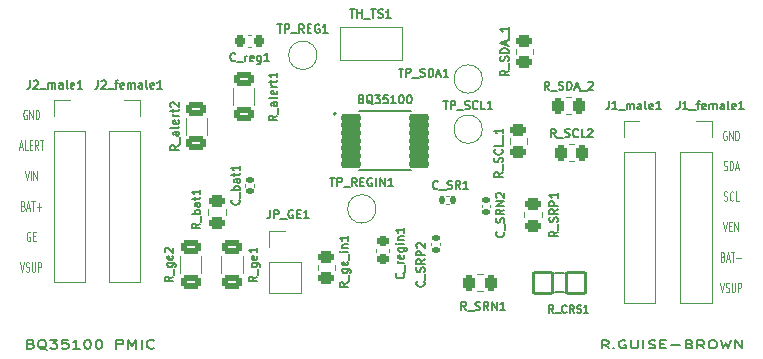
<source format=gbr>
%TF.GenerationSoftware,KiCad,Pcbnew,(6.0.4-0)*%
%TF.CreationDate,2025-08-27T16:40:30+02:00*%
%TF.ProjectId,FYP_PMIC,4659505f-504d-4494-932e-6b696361645f,rev?*%
%TF.SameCoordinates,Original*%
%TF.FileFunction,Legend,Top*%
%TF.FilePolarity,Positive*%
%FSLAX46Y46*%
G04 Gerber Fmt 4.6, Leading zero omitted, Abs format (unit mm)*
G04 Created by KiCad (PCBNEW (6.0.4-0)) date 2025-08-27 16:40:30*
%MOMM*%
%LPD*%
G01*
G04 APERTURE LIST*
G04 Aperture macros list*
%AMRoundRect*
0 Rectangle with rounded corners*
0 $1 Rounding radius*
0 $2 $3 $4 $5 $6 $7 $8 $9 X,Y pos of 4 corners*
0 Add a 4 corners polygon primitive as box body*
4,1,4,$2,$3,$4,$5,$6,$7,$8,$9,$2,$3,0*
0 Add four circle primitives for the rounded corners*
1,1,$1+$1,$2,$3*
1,1,$1+$1,$4,$5*
1,1,$1+$1,$6,$7*
1,1,$1+$1,$8,$9*
0 Add four rect primitives between the rounded corners*
20,1,$1+$1,$2,$3,$4,$5,0*
20,1,$1+$1,$4,$5,$6,$7,0*
20,1,$1+$1,$6,$7,$8,$9,0*
20,1,$1+$1,$8,$9,$2,$3,0*%
G04 Aperture macros list end*
%ADD10C,0.125000*%
%ADD11C,0.150000*%
%ADD12C,0.120000*%
%ADD13C,0.127000*%
%ADD14C,0.200000*%
%ADD15RoundRect,0.140000X-0.170000X0.140000X-0.170000X-0.140000X0.170000X-0.140000X0.170000X0.140000X0*%
%ADD16RoundRect,0.140000X0.170000X-0.140000X0.170000X0.140000X-0.170000X0.140000X-0.170000X-0.140000X0*%
%ADD17RoundRect,0.250000X0.262500X0.450000X-0.262500X0.450000X-0.262500X-0.450000X0.262500X-0.450000X0*%
%ADD18RoundRect,0.250000X-0.450000X0.262500X-0.450000X-0.262500X0.450000X-0.262500X0.450000X0.262500X0*%
%ADD19RoundRect,0.225000X0.225000X0.250000X-0.225000X0.250000X-0.225000X-0.250000X0.225000X-0.250000X0*%
%ADD20C,2.000000*%
%ADD21RoundRect,0.102000X-0.800000X-0.900000X0.800000X-0.900000X0.800000X0.900000X-0.800000X0.900000X0*%
%ADD22C,1.600000*%
%ADD23R,1.700000X1.700000*%
%ADD24O,1.700000X1.700000*%
%ADD25RoundRect,0.250000X0.625000X-0.312500X0.625000X0.312500X-0.625000X0.312500X-0.625000X-0.312500X0*%
%ADD26RoundRect,0.225000X0.250000X-0.225000X0.250000X0.225000X-0.250000X0.225000X-0.250000X-0.225000X0*%
%ADD27RoundRect,0.250000X-0.262500X-0.450000X0.262500X-0.450000X0.262500X0.450000X-0.262500X0.450000X0*%
%ADD28RoundRect,0.250000X-0.625000X0.312500X-0.625000X-0.312500X0.625000X-0.312500X0.625000X0.312500X0*%
%ADD29RoundRect,0.140000X-0.140000X-0.170000X0.140000X-0.170000X0.140000X0.170000X-0.140000X0.170000X0*%
%ADD30RoundRect,0.153250X-0.733750X-0.153750X0.733750X-0.153750X0.733750X0.153750X-0.733750X0.153750X0*%
%ADD31RoundRect,0.250000X0.450000X-0.262500X0.450000X0.262500X-0.450000X0.262500X-0.450000X-0.262500X0*%
G04 APERTURE END LIST*
D10*
X48869047Y-61660000D02*
X48821428Y-61621904D01*
X48750000Y-61621904D01*
X48678571Y-61660000D01*
X48630952Y-61736190D01*
X48607142Y-61812380D01*
X48583333Y-61964761D01*
X48583333Y-62079047D01*
X48607142Y-62231428D01*
X48630952Y-62307619D01*
X48678571Y-62383809D01*
X48750000Y-62421904D01*
X48797619Y-62421904D01*
X48869047Y-62383809D01*
X48892857Y-62345714D01*
X48892857Y-62079047D01*
X48797619Y-62079047D01*
X49107142Y-62421904D02*
X49107142Y-61621904D01*
X49392857Y-62421904D01*
X49392857Y-61621904D01*
X49630952Y-62421904D02*
X49630952Y-61621904D01*
X49750000Y-61621904D01*
X49821428Y-61660000D01*
X49869047Y-61736190D01*
X49892857Y-61812380D01*
X49916666Y-61964761D01*
X49916666Y-62079047D01*
X49892857Y-62231428D01*
X49869047Y-62307619D01*
X49821428Y-62383809D01*
X49750000Y-62421904D01*
X49630952Y-62421904D01*
X48261904Y-64769333D02*
X48500000Y-64769333D01*
X48214285Y-64997904D02*
X48380952Y-64197904D01*
X48547619Y-64997904D01*
X48952380Y-64997904D02*
X48714285Y-64997904D01*
X48714285Y-64197904D01*
X49119047Y-64578857D02*
X49285714Y-64578857D01*
X49357142Y-64997904D02*
X49119047Y-64997904D01*
X49119047Y-64197904D01*
X49357142Y-64197904D01*
X49857142Y-64997904D02*
X49690476Y-64616952D01*
X49571428Y-64997904D02*
X49571428Y-64197904D01*
X49761904Y-64197904D01*
X49809523Y-64236000D01*
X49833333Y-64274095D01*
X49857142Y-64350285D01*
X49857142Y-64464571D01*
X49833333Y-64540761D01*
X49809523Y-64578857D01*
X49761904Y-64616952D01*
X49571428Y-64616952D01*
X50000000Y-64197904D02*
X50285714Y-64197904D01*
X50142857Y-64997904D02*
X50142857Y-64197904D01*
X48702380Y-66773904D02*
X48869047Y-67573904D01*
X49035714Y-66773904D01*
X49202380Y-67573904D02*
X49202380Y-66773904D01*
X49440476Y-67573904D02*
X49440476Y-66773904D01*
X49726190Y-67573904D01*
X49726190Y-66773904D01*
X48571428Y-69730857D02*
X48642857Y-69768952D01*
X48666666Y-69807047D01*
X48690476Y-69883238D01*
X48690476Y-69997523D01*
X48666666Y-70073714D01*
X48642857Y-70111809D01*
X48595238Y-70149904D01*
X48404761Y-70149904D01*
X48404761Y-69349904D01*
X48571428Y-69349904D01*
X48619047Y-69388000D01*
X48642857Y-69426095D01*
X48666666Y-69502285D01*
X48666666Y-69578476D01*
X48642857Y-69654666D01*
X48619047Y-69692761D01*
X48571428Y-69730857D01*
X48404761Y-69730857D01*
X48880952Y-69921333D02*
X49119047Y-69921333D01*
X48833333Y-70149904D02*
X49000000Y-69349904D01*
X49166666Y-70149904D01*
X49261904Y-69349904D02*
X49547619Y-69349904D01*
X49404761Y-70149904D02*
X49404761Y-69349904D01*
X49714285Y-69845142D02*
X50095238Y-69845142D01*
X49904761Y-70149904D02*
X49904761Y-69540380D01*
X49154761Y-71964000D02*
X49107142Y-71925904D01*
X49035714Y-71925904D01*
X48964285Y-71964000D01*
X48916666Y-72040190D01*
X48892857Y-72116380D01*
X48869047Y-72268761D01*
X48869047Y-72383047D01*
X48892857Y-72535428D01*
X48916666Y-72611619D01*
X48964285Y-72687809D01*
X49035714Y-72725904D01*
X49083333Y-72725904D01*
X49154761Y-72687809D01*
X49178571Y-72649714D01*
X49178571Y-72383047D01*
X49083333Y-72383047D01*
X49392857Y-72306857D02*
X49559523Y-72306857D01*
X49630952Y-72725904D02*
X49392857Y-72725904D01*
X49392857Y-71925904D01*
X49630952Y-71925904D01*
X48333333Y-74501904D02*
X48500000Y-75301904D01*
X48666666Y-74501904D01*
X48809523Y-75263809D02*
X48880952Y-75301904D01*
X49000000Y-75301904D01*
X49047619Y-75263809D01*
X49071428Y-75225714D01*
X49095238Y-75149523D01*
X49095238Y-75073333D01*
X49071428Y-74997142D01*
X49047619Y-74959047D01*
X49000000Y-74920952D01*
X48904761Y-74882857D01*
X48857142Y-74844761D01*
X48833333Y-74806666D01*
X48809523Y-74730476D01*
X48809523Y-74654285D01*
X48833333Y-74578095D01*
X48857142Y-74540000D01*
X48904761Y-74501904D01*
X49023809Y-74501904D01*
X49095238Y-74540000D01*
X49309523Y-74501904D02*
X49309523Y-75149523D01*
X49333333Y-75225714D01*
X49357142Y-75263809D01*
X49404761Y-75301904D01*
X49500000Y-75301904D01*
X49547619Y-75263809D01*
X49571428Y-75225714D01*
X49595238Y-75149523D01*
X49595238Y-74501904D01*
X49833333Y-75301904D02*
X49833333Y-74501904D01*
X50023809Y-74501904D01*
X50071428Y-74540000D01*
X50095238Y-74578095D01*
X50119047Y-74654285D01*
X50119047Y-74768571D01*
X50095238Y-74844761D01*
X50071428Y-74882857D01*
X50023809Y-74920952D01*
X49833333Y-74920952D01*
X108119047Y-63410000D02*
X108071428Y-63371904D01*
X108000000Y-63371904D01*
X107928571Y-63410000D01*
X107880952Y-63486190D01*
X107857142Y-63562380D01*
X107833333Y-63714761D01*
X107833333Y-63829047D01*
X107857142Y-63981428D01*
X107880952Y-64057619D01*
X107928571Y-64133809D01*
X108000000Y-64171904D01*
X108047619Y-64171904D01*
X108119047Y-64133809D01*
X108142857Y-64095714D01*
X108142857Y-63829047D01*
X108047619Y-63829047D01*
X108357142Y-64171904D02*
X108357142Y-63371904D01*
X108642857Y-64171904D01*
X108642857Y-63371904D01*
X108880952Y-64171904D02*
X108880952Y-63371904D01*
X109000000Y-63371904D01*
X109071428Y-63410000D01*
X109119047Y-63486190D01*
X109142857Y-63562380D01*
X109166666Y-63714761D01*
X109166666Y-63829047D01*
X109142857Y-63981428D01*
X109119047Y-64057619D01*
X109071428Y-64133809D01*
X109000000Y-64171904D01*
X108880952Y-64171904D01*
X107892857Y-66709809D02*
X107964285Y-66747904D01*
X108083333Y-66747904D01*
X108130952Y-66709809D01*
X108154761Y-66671714D01*
X108178571Y-66595523D01*
X108178571Y-66519333D01*
X108154761Y-66443142D01*
X108130952Y-66405047D01*
X108083333Y-66366952D01*
X107988095Y-66328857D01*
X107940476Y-66290761D01*
X107916666Y-66252666D01*
X107892857Y-66176476D01*
X107892857Y-66100285D01*
X107916666Y-66024095D01*
X107940476Y-65986000D01*
X107988095Y-65947904D01*
X108107142Y-65947904D01*
X108178571Y-65986000D01*
X108392857Y-66747904D02*
X108392857Y-65947904D01*
X108511904Y-65947904D01*
X108583333Y-65986000D01*
X108630952Y-66062190D01*
X108654761Y-66138380D01*
X108678571Y-66290761D01*
X108678571Y-66405047D01*
X108654761Y-66557428D01*
X108630952Y-66633619D01*
X108583333Y-66709809D01*
X108511904Y-66747904D01*
X108392857Y-66747904D01*
X108869047Y-66519333D02*
X109107142Y-66519333D01*
X108821428Y-66747904D02*
X108988095Y-65947904D01*
X109154761Y-66747904D01*
X107904761Y-69285809D02*
X107976190Y-69323904D01*
X108095238Y-69323904D01*
X108142857Y-69285809D01*
X108166666Y-69247714D01*
X108190476Y-69171523D01*
X108190476Y-69095333D01*
X108166666Y-69019142D01*
X108142857Y-68981047D01*
X108095238Y-68942952D01*
X108000000Y-68904857D01*
X107952380Y-68866761D01*
X107928571Y-68828666D01*
X107904761Y-68752476D01*
X107904761Y-68676285D01*
X107928571Y-68600095D01*
X107952380Y-68562000D01*
X108000000Y-68523904D01*
X108119047Y-68523904D01*
X108190476Y-68562000D01*
X108690476Y-69247714D02*
X108666666Y-69285809D01*
X108595238Y-69323904D01*
X108547619Y-69323904D01*
X108476190Y-69285809D01*
X108428571Y-69209619D01*
X108404761Y-69133428D01*
X108380952Y-68981047D01*
X108380952Y-68866761D01*
X108404761Y-68714380D01*
X108428571Y-68638190D01*
X108476190Y-68562000D01*
X108547619Y-68523904D01*
X108595238Y-68523904D01*
X108666666Y-68562000D01*
X108690476Y-68600095D01*
X109142857Y-69323904D02*
X108904761Y-69323904D01*
X108904761Y-68523904D01*
X107845238Y-71099904D02*
X108011904Y-71899904D01*
X108178571Y-71099904D01*
X108345238Y-71480857D02*
X108511904Y-71480857D01*
X108583333Y-71899904D02*
X108345238Y-71899904D01*
X108345238Y-71099904D01*
X108583333Y-71099904D01*
X108797619Y-71899904D02*
X108797619Y-71099904D01*
X109083333Y-71899904D01*
X109083333Y-71099904D01*
X107821428Y-74056857D02*
X107892857Y-74094952D01*
X107916666Y-74133047D01*
X107940476Y-74209238D01*
X107940476Y-74323523D01*
X107916666Y-74399714D01*
X107892857Y-74437809D01*
X107845238Y-74475904D01*
X107654761Y-74475904D01*
X107654761Y-73675904D01*
X107821428Y-73675904D01*
X107869047Y-73714000D01*
X107892857Y-73752095D01*
X107916666Y-73828285D01*
X107916666Y-73904476D01*
X107892857Y-73980666D01*
X107869047Y-74018761D01*
X107821428Y-74056857D01*
X107654761Y-74056857D01*
X108130952Y-74247333D02*
X108369047Y-74247333D01*
X108083333Y-74475904D02*
X108250000Y-73675904D01*
X108416666Y-74475904D01*
X108511904Y-73675904D02*
X108797619Y-73675904D01*
X108654761Y-74475904D02*
X108654761Y-73675904D01*
X108964285Y-74171142D02*
X109345238Y-74171142D01*
X107583333Y-76251904D02*
X107750000Y-77051904D01*
X107916666Y-76251904D01*
X108059523Y-77013809D02*
X108130952Y-77051904D01*
X108250000Y-77051904D01*
X108297619Y-77013809D01*
X108321428Y-76975714D01*
X108345238Y-76899523D01*
X108345238Y-76823333D01*
X108321428Y-76747142D01*
X108297619Y-76709047D01*
X108250000Y-76670952D01*
X108154761Y-76632857D01*
X108107142Y-76594761D01*
X108083333Y-76556666D01*
X108059523Y-76480476D01*
X108059523Y-76404285D01*
X108083333Y-76328095D01*
X108107142Y-76290000D01*
X108154761Y-76251904D01*
X108273809Y-76251904D01*
X108345238Y-76290000D01*
X108559523Y-76251904D02*
X108559523Y-76899523D01*
X108583333Y-76975714D01*
X108607142Y-77013809D01*
X108654761Y-77051904D01*
X108750000Y-77051904D01*
X108797619Y-77013809D01*
X108821428Y-76975714D01*
X108845238Y-76899523D01*
X108845238Y-76251904D01*
X109083333Y-77051904D02*
X109083333Y-76251904D01*
X109273809Y-76251904D01*
X109321428Y-76290000D01*
X109345238Y-76328095D01*
X109369047Y-76404285D01*
X109369047Y-76518571D01*
X109345238Y-76594761D01*
X109321428Y-76632857D01*
X109273809Y-76670952D01*
X109083333Y-76670952D01*
D11*
X49226190Y-81446428D02*
X49369047Y-81482142D01*
X49416666Y-81517857D01*
X49464285Y-81589285D01*
X49464285Y-81696428D01*
X49416666Y-81767857D01*
X49369047Y-81803571D01*
X49273809Y-81839285D01*
X48892857Y-81839285D01*
X48892857Y-81089285D01*
X49226190Y-81089285D01*
X49321428Y-81125000D01*
X49369047Y-81160714D01*
X49416666Y-81232142D01*
X49416666Y-81303571D01*
X49369047Y-81375000D01*
X49321428Y-81410714D01*
X49226190Y-81446428D01*
X48892857Y-81446428D01*
X50559523Y-81910714D02*
X50464285Y-81875000D01*
X50369047Y-81803571D01*
X50226190Y-81696428D01*
X50130952Y-81660714D01*
X50035714Y-81660714D01*
X50083333Y-81839285D02*
X49988095Y-81803571D01*
X49892857Y-81732142D01*
X49845238Y-81589285D01*
X49845238Y-81339285D01*
X49892857Y-81196428D01*
X49988095Y-81125000D01*
X50083333Y-81089285D01*
X50273809Y-81089285D01*
X50369047Y-81125000D01*
X50464285Y-81196428D01*
X50511904Y-81339285D01*
X50511904Y-81589285D01*
X50464285Y-81732142D01*
X50369047Y-81803571D01*
X50273809Y-81839285D01*
X50083333Y-81839285D01*
X50845238Y-81089285D02*
X51464285Y-81089285D01*
X51130952Y-81375000D01*
X51273809Y-81375000D01*
X51369047Y-81410714D01*
X51416666Y-81446428D01*
X51464285Y-81517857D01*
X51464285Y-81696428D01*
X51416666Y-81767857D01*
X51369047Y-81803571D01*
X51273809Y-81839285D01*
X50988095Y-81839285D01*
X50892857Y-81803571D01*
X50845238Y-81767857D01*
X52369047Y-81089285D02*
X51892857Y-81089285D01*
X51845238Y-81446428D01*
X51892857Y-81410714D01*
X51988095Y-81375000D01*
X52226190Y-81375000D01*
X52321428Y-81410714D01*
X52369047Y-81446428D01*
X52416666Y-81517857D01*
X52416666Y-81696428D01*
X52369047Y-81767857D01*
X52321428Y-81803571D01*
X52226190Y-81839285D01*
X51988095Y-81839285D01*
X51892857Y-81803571D01*
X51845238Y-81767857D01*
X53369047Y-81839285D02*
X52797619Y-81839285D01*
X53083333Y-81839285D02*
X53083333Y-81089285D01*
X52988095Y-81196428D01*
X52892857Y-81267857D01*
X52797619Y-81303571D01*
X53988095Y-81089285D02*
X54083333Y-81089285D01*
X54178571Y-81125000D01*
X54226190Y-81160714D01*
X54273809Y-81232142D01*
X54321428Y-81375000D01*
X54321428Y-81553571D01*
X54273809Y-81696428D01*
X54226190Y-81767857D01*
X54178571Y-81803571D01*
X54083333Y-81839285D01*
X53988095Y-81839285D01*
X53892857Y-81803571D01*
X53845238Y-81767857D01*
X53797619Y-81696428D01*
X53750000Y-81553571D01*
X53750000Y-81375000D01*
X53797619Y-81232142D01*
X53845238Y-81160714D01*
X53892857Y-81125000D01*
X53988095Y-81089285D01*
X54940476Y-81089285D02*
X55035714Y-81089285D01*
X55130952Y-81125000D01*
X55178571Y-81160714D01*
X55226190Y-81232142D01*
X55273809Y-81375000D01*
X55273809Y-81553571D01*
X55226190Y-81696428D01*
X55178571Y-81767857D01*
X55130952Y-81803571D01*
X55035714Y-81839285D01*
X54940476Y-81839285D01*
X54845238Y-81803571D01*
X54797619Y-81767857D01*
X54750000Y-81696428D01*
X54702380Y-81553571D01*
X54702380Y-81375000D01*
X54750000Y-81232142D01*
X54797619Y-81160714D01*
X54845238Y-81125000D01*
X54940476Y-81089285D01*
X56464285Y-81839285D02*
X56464285Y-81089285D01*
X56845238Y-81089285D01*
X56940476Y-81125000D01*
X56988095Y-81160714D01*
X57035714Y-81232142D01*
X57035714Y-81339285D01*
X56988095Y-81410714D01*
X56940476Y-81446428D01*
X56845238Y-81482142D01*
X56464285Y-81482142D01*
X57464285Y-81839285D02*
X57464285Y-81089285D01*
X57797619Y-81625000D01*
X58130952Y-81089285D01*
X58130952Y-81839285D01*
X58607142Y-81839285D02*
X58607142Y-81089285D01*
X59654761Y-81767857D02*
X59607142Y-81803571D01*
X59464285Y-81839285D01*
X59369047Y-81839285D01*
X59226190Y-81803571D01*
X59130952Y-81732142D01*
X59083333Y-81660714D01*
X59035714Y-81517857D01*
X59035714Y-81410714D01*
X59083333Y-81267857D01*
X59130952Y-81196428D01*
X59226190Y-81125000D01*
X59369047Y-81089285D01*
X59464285Y-81089285D01*
X59607142Y-81125000D01*
X59654761Y-81160714D01*
X98142857Y-81816666D02*
X97809523Y-81483333D01*
X97571428Y-81816666D02*
X97571428Y-81116666D01*
X97952380Y-81116666D01*
X98047619Y-81150000D01*
X98095238Y-81183333D01*
X98142857Y-81250000D01*
X98142857Y-81350000D01*
X98095238Y-81416666D01*
X98047619Y-81450000D01*
X97952380Y-81483333D01*
X97571428Y-81483333D01*
X98571428Y-81750000D02*
X98619047Y-81783333D01*
X98571428Y-81816666D01*
X98523809Y-81783333D01*
X98571428Y-81750000D01*
X98571428Y-81816666D01*
X99571428Y-81150000D02*
X99476190Y-81116666D01*
X99333333Y-81116666D01*
X99190476Y-81150000D01*
X99095238Y-81216666D01*
X99047619Y-81283333D01*
X99000000Y-81416666D01*
X99000000Y-81516666D01*
X99047619Y-81650000D01*
X99095238Y-81716666D01*
X99190476Y-81783333D01*
X99333333Y-81816666D01*
X99428571Y-81816666D01*
X99571428Y-81783333D01*
X99619047Y-81750000D01*
X99619047Y-81516666D01*
X99428571Y-81516666D01*
X100047619Y-81116666D02*
X100047619Y-81683333D01*
X100095238Y-81750000D01*
X100142857Y-81783333D01*
X100238095Y-81816666D01*
X100428571Y-81816666D01*
X100523809Y-81783333D01*
X100571428Y-81750000D01*
X100619047Y-81683333D01*
X100619047Y-81116666D01*
X101095238Y-81816666D02*
X101095238Y-81116666D01*
X101523809Y-81783333D02*
X101666666Y-81816666D01*
X101904761Y-81816666D01*
X102000000Y-81783333D01*
X102047619Y-81750000D01*
X102095238Y-81683333D01*
X102095238Y-81616666D01*
X102047619Y-81550000D01*
X102000000Y-81516666D01*
X101904761Y-81483333D01*
X101714285Y-81450000D01*
X101619047Y-81416666D01*
X101571428Y-81383333D01*
X101523809Y-81316666D01*
X101523809Y-81250000D01*
X101571428Y-81183333D01*
X101619047Y-81150000D01*
X101714285Y-81116666D01*
X101952380Y-81116666D01*
X102095238Y-81150000D01*
X102523809Y-81450000D02*
X102857142Y-81450000D01*
X103000000Y-81816666D02*
X102523809Y-81816666D01*
X102523809Y-81116666D01*
X103000000Y-81116666D01*
X103428571Y-81550000D02*
X104190476Y-81550000D01*
X105000000Y-81450000D02*
X105142857Y-81483333D01*
X105190476Y-81516666D01*
X105238095Y-81583333D01*
X105238095Y-81683333D01*
X105190476Y-81750000D01*
X105142857Y-81783333D01*
X105047619Y-81816666D01*
X104666666Y-81816666D01*
X104666666Y-81116666D01*
X105000000Y-81116666D01*
X105095238Y-81150000D01*
X105142857Y-81183333D01*
X105190476Y-81250000D01*
X105190476Y-81316666D01*
X105142857Y-81383333D01*
X105095238Y-81416666D01*
X105000000Y-81450000D01*
X104666666Y-81450000D01*
X106238095Y-81816666D02*
X105904761Y-81483333D01*
X105666666Y-81816666D02*
X105666666Y-81116666D01*
X106047619Y-81116666D01*
X106142857Y-81150000D01*
X106190476Y-81183333D01*
X106238095Y-81250000D01*
X106238095Y-81350000D01*
X106190476Y-81416666D01*
X106142857Y-81450000D01*
X106047619Y-81483333D01*
X105666666Y-81483333D01*
X106857142Y-81116666D02*
X107047619Y-81116666D01*
X107142857Y-81150000D01*
X107238095Y-81216666D01*
X107285714Y-81350000D01*
X107285714Y-81583333D01*
X107238095Y-81716666D01*
X107142857Y-81783333D01*
X107047619Y-81816666D01*
X106857142Y-81816666D01*
X106761904Y-81783333D01*
X106666666Y-81716666D01*
X106619047Y-81583333D01*
X106619047Y-81350000D01*
X106666666Y-81216666D01*
X106761904Y-81150000D01*
X106857142Y-81116666D01*
X107619047Y-81116666D02*
X107857142Y-81816666D01*
X108047619Y-81316666D01*
X108238095Y-81816666D01*
X108476190Y-81116666D01*
X108857142Y-81816666D02*
X108857142Y-81116666D01*
X109428571Y-81816666D01*
X109428571Y-81116666D01*
%TO.C,C_SRP2*%
X82500000Y-76146666D02*
X82533333Y-76180000D01*
X82566666Y-76280000D01*
X82566666Y-76346666D01*
X82533333Y-76446666D01*
X82466666Y-76513333D01*
X82400000Y-76546666D01*
X82266666Y-76580000D01*
X82166666Y-76580000D01*
X82033333Y-76546666D01*
X81966666Y-76513333D01*
X81900000Y-76446666D01*
X81866666Y-76346666D01*
X81866666Y-76280000D01*
X81900000Y-76180000D01*
X81933333Y-76146666D01*
X82633333Y-76013333D02*
X82633333Y-75480000D01*
X82533333Y-75346666D02*
X82566666Y-75246666D01*
X82566666Y-75080000D01*
X82533333Y-75013333D01*
X82500000Y-74980000D01*
X82433333Y-74946666D01*
X82366666Y-74946666D01*
X82300000Y-74980000D01*
X82266666Y-75013333D01*
X82233333Y-75080000D01*
X82200000Y-75213333D01*
X82166666Y-75280000D01*
X82133333Y-75313333D01*
X82066666Y-75346666D01*
X82000000Y-75346666D01*
X81933333Y-75313333D01*
X81900000Y-75280000D01*
X81866666Y-75213333D01*
X81866666Y-75046666D01*
X81900000Y-74946666D01*
X82566666Y-74246666D02*
X82233333Y-74480000D01*
X82566666Y-74646666D02*
X81866666Y-74646666D01*
X81866666Y-74380000D01*
X81900000Y-74313333D01*
X81933333Y-74280000D01*
X82000000Y-74246666D01*
X82100000Y-74246666D01*
X82166666Y-74280000D01*
X82200000Y-74313333D01*
X82233333Y-74380000D01*
X82233333Y-74646666D01*
X82566666Y-73946666D02*
X81866666Y-73946666D01*
X81866666Y-73680000D01*
X81900000Y-73613333D01*
X81933333Y-73580000D01*
X82000000Y-73546666D01*
X82100000Y-73546666D01*
X82166666Y-73580000D01*
X82200000Y-73613333D01*
X82233333Y-73680000D01*
X82233333Y-73946666D01*
X81933333Y-73280000D02*
X81900000Y-73246666D01*
X81866666Y-73180000D01*
X81866666Y-73013333D01*
X81900000Y-72946666D01*
X81933333Y-72913333D01*
X82000000Y-72880000D01*
X82066666Y-72880000D01*
X82166666Y-72913333D01*
X82566666Y-73313333D01*
X82566666Y-72880000D01*
%TO.C,C_bat1*%
X66840000Y-69216666D02*
X66873333Y-69250000D01*
X66906666Y-69350000D01*
X66906666Y-69416666D01*
X66873333Y-69516666D01*
X66806666Y-69583333D01*
X66740000Y-69616666D01*
X66606666Y-69650000D01*
X66506666Y-69650000D01*
X66373333Y-69616666D01*
X66306666Y-69583333D01*
X66240000Y-69516666D01*
X66206666Y-69416666D01*
X66206666Y-69350000D01*
X66240000Y-69250000D01*
X66273333Y-69216666D01*
X66973333Y-69083333D02*
X66973333Y-68550000D01*
X66906666Y-68383333D02*
X66206666Y-68383333D01*
X66473333Y-68383333D02*
X66440000Y-68316666D01*
X66440000Y-68183333D01*
X66473333Y-68116666D01*
X66506666Y-68083333D01*
X66573333Y-68050000D01*
X66773333Y-68050000D01*
X66840000Y-68083333D01*
X66873333Y-68116666D01*
X66906666Y-68183333D01*
X66906666Y-68316666D01*
X66873333Y-68383333D01*
X66906666Y-67450000D02*
X66540000Y-67450000D01*
X66473333Y-67483333D01*
X66440000Y-67550000D01*
X66440000Y-67683333D01*
X66473333Y-67750000D01*
X66873333Y-67450000D02*
X66906666Y-67516666D01*
X66906666Y-67683333D01*
X66873333Y-67750000D01*
X66806666Y-67783333D01*
X66740000Y-67783333D01*
X66673333Y-67750000D01*
X66640000Y-67683333D01*
X66640000Y-67516666D01*
X66606666Y-67450000D01*
X66440000Y-67216666D02*
X66440000Y-66950000D01*
X66206666Y-67116666D02*
X66806666Y-67116666D01*
X66873333Y-67083333D01*
X66906666Y-67016666D01*
X66906666Y-66950000D01*
X66906666Y-66350000D02*
X66906666Y-66750000D01*
X66906666Y-66550000D02*
X66206666Y-66550000D01*
X66306666Y-66616666D01*
X66373333Y-66683333D01*
X66406666Y-66750000D01*
%TO.C,R_SRN1*%
X86066666Y-78566666D02*
X85833333Y-78233333D01*
X85666666Y-78566666D02*
X85666666Y-77866666D01*
X85933333Y-77866666D01*
X86000000Y-77900000D01*
X86033333Y-77933333D01*
X86066666Y-78000000D01*
X86066666Y-78100000D01*
X86033333Y-78166666D01*
X86000000Y-78200000D01*
X85933333Y-78233333D01*
X85666666Y-78233333D01*
X86200000Y-78633333D02*
X86733333Y-78633333D01*
X86866666Y-78533333D02*
X86966666Y-78566666D01*
X87133333Y-78566666D01*
X87200000Y-78533333D01*
X87233333Y-78500000D01*
X87266666Y-78433333D01*
X87266666Y-78366666D01*
X87233333Y-78300000D01*
X87200000Y-78266666D01*
X87133333Y-78233333D01*
X87000000Y-78200000D01*
X86933333Y-78166666D01*
X86900000Y-78133333D01*
X86866666Y-78066666D01*
X86866666Y-78000000D01*
X86900000Y-77933333D01*
X86933333Y-77900000D01*
X87000000Y-77866666D01*
X87166666Y-77866666D01*
X87266666Y-77900000D01*
X87966666Y-78566666D02*
X87733333Y-78233333D01*
X87566666Y-78566666D02*
X87566666Y-77866666D01*
X87833333Y-77866666D01*
X87900000Y-77900000D01*
X87933333Y-77933333D01*
X87966666Y-78000000D01*
X87966666Y-78100000D01*
X87933333Y-78166666D01*
X87900000Y-78200000D01*
X87833333Y-78233333D01*
X87566666Y-78233333D01*
X88266666Y-78566666D02*
X88266666Y-77866666D01*
X88666666Y-78566666D01*
X88666666Y-77866666D01*
X89366666Y-78566666D02*
X88966666Y-78566666D01*
X89166666Y-78566666D02*
X89166666Y-77866666D01*
X89100000Y-77966666D01*
X89033333Y-78033333D01*
X88966666Y-78066666D01*
%TO.C,R_ge_in1*%
X76066666Y-76225000D02*
X75733333Y-76458333D01*
X76066666Y-76625000D02*
X75366666Y-76625000D01*
X75366666Y-76358333D01*
X75400000Y-76291666D01*
X75433333Y-76258333D01*
X75500000Y-76225000D01*
X75600000Y-76225000D01*
X75666666Y-76258333D01*
X75700000Y-76291666D01*
X75733333Y-76358333D01*
X75733333Y-76625000D01*
X76133333Y-76091666D02*
X76133333Y-75558333D01*
X75600000Y-75091666D02*
X76166666Y-75091666D01*
X76233333Y-75125000D01*
X76266666Y-75158333D01*
X76300000Y-75225000D01*
X76300000Y-75325000D01*
X76266666Y-75391666D01*
X76033333Y-75091666D02*
X76066666Y-75158333D01*
X76066666Y-75291666D01*
X76033333Y-75358333D01*
X76000000Y-75391666D01*
X75933333Y-75425000D01*
X75733333Y-75425000D01*
X75666666Y-75391666D01*
X75633333Y-75358333D01*
X75600000Y-75291666D01*
X75600000Y-75158333D01*
X75633333Y-75091666D01*
X76033333Y-74491666D02*
X76066666Y-74558333D01*
X76066666Y-74691666D01*
X76033333Y-74758333D01*
X75966666Y-74791666D01*
X75700000Y-74791666D01*
X75633333Y-74758333D01*
X75600000Y-74691666D01*
X75600000Y-74558333D01*
X75633333Y-74491666D01*
X75700000Y-74458333D01*
X75766666Y-74458333D01*
X75833333Y-74791666D01*
X76133333Y-74325000D02*
X76133333Y-73791666D01*
X76066666Y-73625000D02*
X75600000Y-73625000D01*
X75366666Y-73625000D02*
X75400000Y-73658333D01*
X75433333Y-73625000D01*
X75400000Y-73591666D01*
X75366666Y-73625000D01*
X75433333Y-73625000D01*
X75600000Y-73291666D02*
X76066666Y-73291666D01*
X75666666Y-73291666D02*
X75633333Y-73258333D01*
X75600000Y-73191666D01*
X75600000Y-73091666D01*
X75633333Y-73025000D01*
X75700000Y-72991666D01*
X76066666Y-72991666D01*
X76066666Y-72291666D02*
X76066666Y-72691666D01*
X76066666Y-72491666D02*
X75366666Y-72491666D01*
X75466666Y-72558333D01*
X75533333Y-72625000D01*
X75566666Y-72691666D01*
%TO.C,C_reg1*%
X66533333Y-57430000D02*
X66500000Y-57463333D01*
X66400000Y-57496666D01*
X66333333Y-57496666D01*
X66233333Y-57463333D01*
X66166666Y-57396666D01*
X66133333Y-57330000D01*
X66100000Y-57196666D01*
X66100000Y-57096666D01*
X66133333Y-56963333D01*
X66166666Y-56896666D01*
X66233333Y-56830000D01*
X66333333Y-56796666D01*
X66400000Y-56796666D01*
X66500000Y-56830000D01*
X66533333Y-56863333D01*
X66666666Y-57563333D02*
X67200000Y-57563333D01*
X67366666Y-57496666D02*
X67366666Y-57030000D01*
X67366666Y-57163333D02*
X67400000Y-57096666D01*
X67433333Y-57063333D01*
X67500000Y-57030000D01*
X67566666Y-57030000D01*
X68066666Y-57463333D02*
X68000000Y-57496666D01*
X67866666Y-57496666D01*
X67800000Y-57463333D01*
X67766666Y-57396666D01*
X67766666Y-57130000D01*
X67800000Y-57063333D01*
X67866666Y-57030000D01*
X68000000Y-57030000D01*
X68066666Y-57063333D01*
X68100000Y-57130000D01*
X68100000Y-57196666D01*
X67766666Y-57263333D01*
X68700000Y-57030000D02*
X68700000Y-57596666D01*
X68666666Y-57663333D01*
X68633333Y-57696666D01*
X68566666Y-57730000D01*
X68466666Y-57730000D01*
X68400000Y-57696666D01*
X68700000Y-57463333D02*
X68633333Y-57496666D01*
X68500000Y-57496666D01*
X68433333Y-57463333D01*
X68400000Y-57430000D01*
X68366666Y-57363333D01*
X68366666Y-57163333D01*
X68400000Y-57096666D01*
X68433333Y-57063333D01*
X68500000Y-57030000D01*
X68633333Y-57030000D01*
X68700000Y-57063333D01*
X69400000Y-57496666D02*
X69000000Y-57496666D01*
X69200000Y-57496666D02*
X69200000Y-56796666D01*
X69133333Y-56896666D01*
X69066666Y-56963333D01*
X69000000Y-56996666D01*
%TO.C,TP_SCL1*%
X84133333Y-60866666D02*
X84533333Y-60866666D01*
X84333333Y-61566666D02*
X84333333Y-60866666D01*
X84766666Y-61566666D02*
X84766666Y-60866666D01*
X85033333Y-60866666D01*
X85100000Y-60900000D01*
X85133333Y-60933333D01*
X85166666Y-61000000D01*
X85166666Y-61100000D01*
X85133333Y-61166666D01*
X85100000Y-61200000D01*
X85033333Y-61233333D01*
X84766666Y-61233333D01*
X85300000Y-61633333D02*
X85833333Y-61633333D01*
X85966666Y-61533333D02*
X86066666Y-61566666D01*
X86233333Y-61566666D01*
X86300000Y-61533333D01*
X86333333Y-61500000D01*
X86366666Y-61433333D01*
X86366666Y-61366666D01*
X86333333Y-61300000D01*
X86300000Y-61266666D01*
X86233333Y-61233333D01*
X86100000Y-61200000D01*
X86033333Y-61166666D01*
X86000000Y-61133333D01*
X85966666Y-61066666D01*
X85966666Y-61000000D01*
X86000000Y-60933333D01*
X86033333Y-60900000D01*
X86100000Y-60866666D01*
X86266666Y-60866666D01*
X86366666Y-60900000D01*
X87066666Y-61500000D02*
X87033333Y-61533333D01*
X86933333Y-61566666D01*
X86866666Y-61566666D01*
X86766666Y-61533333D01*
X86700000Y-61466666D01*
X86666666Y-61400000D01*
X86633333Y-61266666D01*
X86633333Y-61166666D01*
X86666666Y-61033333D01*
X86700000Y-60966666D01*
X86766666Y-60900000D01*
X86866666Y-60866666D01*
X86933333Y-60866666D01*
X87033333Y-60900000D01*
X87066666Y-60933333D01*
X87700000Y-61566666D02*
X87366666Y-61566666D01*
X87366666Y-60866666D01*
X88300000Y-61566666D02*
X87900000Y-61566666D01*
X88100000Y-61566666D02*
X88100000Y-60866666D01*
X88033333Y-60966666D01*
X87966666Y-61033333D01*
X87900000Y-61066666D01*
%TO.C,R_CRS1*%
X93475159Y-78784964D02*
X93265186Y-78485001D01*
X93115205Y-78784964D02*
X93115205Y-78155043D01*
X93355174Y-78155043D01*
X93415167Y-78185039D01*
X93445163Y-78215035D01*
X93475159Y-78275028D01*
X93475159Y-78365016D01*
X93445163Y-78425009D01*
X93415167Y-78455005D01*
X93355174Y-78485001D01*
X93115205Y-78485001D01*
X93595144Y-78844956D02*
X94075084Y-78844956D01*
X94585020Y-78724971D02*
X94555024Y-78754968D01*
X94465035Y-78784964D01*
X94405043Y-78784964D01*
X94315054Y-78754968D01*
X94255062Y-78694975D01*
X94225065Y-78634983D01*
X94195069Y-78514998D01*
X94195069Y-78425009D01*
X94225065Y-78305024D01*
X94255062Y-78245031D01*
X94315054Y-78185039D01*
X94405043Y-78155043D01*
X94465035Y-78155043D01*
X94555024Y-78185039D01*
X94585020Y-78215035D01*
X95214941Y-78784964D02*
X95004968Y-78485001D01*
X94854986Y-78784964D02*
X94854986Y-78155043D01*
X95094956Y-78155043D01*
X95154949Y-78185039D01*
X95184945Y-78215035D01*
X95214941Y-78275028D01*
X95214941Y-78365016D01*
X95184945Y-78425009D01*
X95154949Y-78455005D01*
X95094956Y-78485001D01*
X94854986Y-78485001D01*
X95454911Y-78754968D02*
X95544900Y-78784964D01*
X95694881Y-78784964D01*
X95754873Y-78754968D01*
X95784870Y-78724971D01*
X95814866Y-78664979D01*
X95814866Y-78604986D01*
X95784870Y-78544994D01*
X95754873Y-78514998D01*
X95694881Y-78485001D01*
X95574896Y-78455005D01*
X95514904Y-78425009D01*
X95484907Y-78395013D01*
X95454911Y-78335020D01*
X95454911Y-78275028D01*
X95484907Y-78215035D01*
X95514904Y-78185039D01*
X95574896Y-78155043D01*
X95724877Y-78155043D01*
X95814866Y-78185039D01*
X96414791Y-78784964D02*
X96054836Y-78784964D01*
X96234813Y-78784964D02*
X96234813Y-78155043D01*
X96174821Y-78245031D01*
X96114828Y-78305024D01*
X96054836Y-78335020D01*
%TO.C,R_bat1*%
X63566666Y-71239602D02*
X63233333Y-71472936D01*
X63566666Y-71639602D02*
X62866666Y-71639602D01*
X62866666Y-71372936D01*
X62900000Y-71306269D01*
X62933333Y-71272936D01*
X63000000Y-71239602D01*
X63100000Y-71239602D01*
X63166666Y-71272936D01*
X63200000Y-71306269D01*
X63233333Y-71372936D01*
X63233333Y-71639602D01*
X63633333Y-71106269D02*
X63633333Y-70572936D01*
X63566666Y-70406269D02*
X62866666Y-70406269D01*
X63133333Y-70406269D02*
X63100000Y-70339602D01*
X63100000Y-70206269D01*
X63133333Y-70139602D01*
X63166666Y-70106269D01*
X63233333Y-70072936D01*
X63433333Y-70072936D01*
X63500000Y-70106269D01*
X63533333Y-70139602D01*
X63566666Y-70206269D01*
X63566666Y-70339602D01*
X63533333Y-70406269D01*
X63566666Y-69472936D02*
X63200000Y-69472936D01*
X63133333Y-69506269D01*
X63100000Y-69572936D01*
X63100000Y-69706269D01*
X63133333Y-69772936D01*
X63533333Y-69472936D02*
X63566666Y-69539602D01*
X63566666Y-69706269D01*
X63533333Y-69772936D01*
X63466666Y-69806269D01*
X63400000Y-69806269D01*
X63333333Y-69772936D01*
X63300000Y-69706269D01*
X63300000Y-69539602D01*
X63266666Y-69472936D01*
X63100000Y-69239602D02*
X63100000Y-68972936D01*
X62866666Y-69139602D02*
X63466666Y-69139602D01*
X63533333Y-69106269D01*
X63566666Y-69039602D01*
X63566666Y-68972936D01*
X63566666Y-68372936D02*
X63566666Y-68772936D01*
X63566666Y-68572936D02*
X62866666Y-68572936D01*
X62966666Y-68639602D01*
X63033333Y-68706269D01*
X63066666Y-68772936D01*
%TO.C,TH_TS1*%
X76233333Y-53116666D02*
X76633333Y-53116666D01*
X76433333Y-53816666D02*
X76433333Y-53116666D01*
X76866666Y-53816666D02*
X76866666Y-53116666D01*
X76866666Y-53450000D02*
X77266666Y-53450000D01*
X77266666Y-53816666D02*
X77266666Y-53116666D01*
X77433333Y-53883333D02*
X77966666Y-53883333D01*
X78033333Y-53116666D02*
X78433333Y-53116666D01*
X78233333Y-53816666D02*
X78233333Y-53116666D01*
X78633333Y-53783333D02*
X78733333Y-53816666D01*
X78900000Y-53816666D01*
X78966666Y-53783333D01*
X79000000Y-53750000D01*
X79033333Y-53683333D01*
X79033333Y-53616666D01*
X79000000Y-53550000D01*
X78966666Y-53516666D01*
X78900000Y-53483333D01*
X78766666Y-53450000D01*
X78700000Y-53416666D01*
X78666666Y-53383333D01*
X78633333Y-53316666D01*
X78633333Y-53250000D01*
X78666666Y-53183333D01*
X78700000Y-53150000D01*
X78766666Y-53116666D01*
X78933333Y-53116666D01*
X79033333Y-53150000D01*
X79700000Y-53816666D02*
X79300000Y-53816666D01*
X79500000Y-53816666D02*
X79500000Y-53116666D01*
X79433333Y-53216666D01*
X79366666Y-53283333D01*
X79300000Y-53316666D01*
%TO.C,J2_female1*%
X54900000Y-59116666D02*
X54900000Y-59616666D01*
X54866666Y-59716666D01*
X54800000Y-59783333D01*
X54700000Y-59816666D01*
X54633333Y-59816666D01*
X55200000Y-59183333D02*
X55233333Y-59150000D01*
X55300000Y-59116666D01*
X55466666Y-59116666D01*
X55533333Y-59150000D01*
X55566666Y-59183333D01*
X55600000Y-59250000D01*
X55600000Y-59316666D01*
X55566666Y-59416666D01*
X55166666Y-59816666D01*
X55600000Y-59816666D01*
X55733333Y-59883333D02*
X56266666Y-59883333D01*
X56333333Y-59350000D02*
X56600000Y-59350000D01*
X56433333Y-59816666D02*
X56433333Y-59216666D01*
X56466666Y-59150000D01*
X56533333Y-59116666D01*
X56600000Y-59116666D01*
X57100000Y-59783333D02*
X57033333Y-59816666D01*
X56900000Y-59816666D01*
X56833333Y-59783333D01*
X56800000Y-59716666D01*
X56800000Y-59450000D01*
X56833333Y-59383333D01*
X56900000Y-59350000D01*
X57033333Y-59350000D01*
X57100000Y-59383333D01*
X57133333Y-59450000D01*
X57133333Y-59516666D01*
X56800000Y-59583333D01*
X57433333Y-59816666D02*
X57433333Y-59350000D01*
X57433333Y-59416666D02*
X57466666Y-59383333D01*
X57533333Y-59350000D01*
X57633333Y-59350000D01*
X57700000Y-59383333D01*
X57733333Y-59450000D01*
X57733333Y-59816666D01*
X57733333Y-59450000D02*
X57766666Y-59383333D01*
X57833333Y-59350000D01*
X57933333Y-59350000D01*
X58000000Y-59383333D01*
X58033333Y-59450000D01*
X58033333Y-59816666D01*
X58666666Y-59816666D02*
X58666666Y-59450000D01*
X58633333Y-59383333D01*
X58566666Y-59350000D01*
X58433333Y-59350000D01*
X58366666Y-59383333D01*
X58666666Y-59783333D02*
X58600000Y-59816666D01*
X58433333Y-59816666D01*
X58366666Y-59783333D01*
X58333333Y-59716666D01*
X58333333Y-59650000D01*
X58366666Y-59583333D01*
X58433333Y-59550000D01*
X58600000Y-59550000D01*
X58666666Y-59516666D01*
X59100000Y-59816666D02*
X59033333Y-59783333D01*
X59000000Y-59716666D01*
X59000000Y-59116666D01*
X59633333Y-59783333D02*
X59566666Y-59816666D01*
X59433333Y-59816666D01*
X59366666Y-59783333D01*
X59333333Y-59716666D01*
X59333333Y-59450000D01*
X59366666Y-59383333D01*
X59433333Y-59350000D01*
X59566666Y-59350000D01*
X59633333Y-59383333D01*
X59666666Y-59450000D01*
X59666666Y-59516666D01*
X59333333Y-59583333D01*
X60333333Y-59816666D02*
X59933333Y-59816666D01*
X60133333Y-59816666D02*
X60133333Y-59116666D01*
X60066666Y-59216666D01*
X60000000Y-59283333D01*
X59933333Y-59316666D01*
%TO.C,R_alert2*%
X61746666Y-64600000D02*
X61413333Y-64833333D01*
X61746666Y-65000000D02*
X61046666Y-65000000D01*
X61046666Y-64733333D01*
X61080000Y-64666666D01*
X61113333Y-64633333D01*
X61180000Y-64600000D01*
X61280000Y-64600000D01*
X61346666Y-64633333D01*
X61380000Y-64666666D01*
X61413333Y-64733333D01*
X61413333Y-65000000D01*
X61813333Y-64466666D02*
X61813333Y-63933333D01*
X61746666Y-63466666D02*
X61380000Y-63466666D01*
X61313333Y-63500000D01*
X61280000Y-63566666D01*
X61280000Y-63700000D01*
X61313333Y-63766666D01*
X61713333Y-63466666D02*
X61746666Y-63533333D01*
X61746666Y-63700000D01*
X61713333Y-63766666D01*
X61646666Y-63800000D01*
X61580000Y-63800000D01*
X61513333Y-63766666D01*
X61480000Y-63700000D01*
X61480000Y-63533333D01*
X61446666Y-63466666D01*
X61746666Y-63033333D02*
X61713333Y-63100000D01*
X61646666Y-63133333D01*
X61046666Y-63133333D01*
X61713333Y-62500000D02*
X61746666Y-62566666D01*
X61746666Y-62700000D01*
X61713333Y-62766666D01*
X61646666Y-62800000D01*
X61380000Y-62800000D01*
X61313333Y-62766666D01*
X61280000Y-62700000D01*
X61280000Y-62566666D01*
X61313333Y-62500000D01*
X61380000Y-62466666D01*
X61446666Y-62466666D01*
X61513333Y-62800000D01*
X61746666Y-62166666D02*
X61280000Y-62166666D01*
X61413333Y-62166666D02*
X61346666Y-62133333D01*
X61313333Y-62100000D01*
X61280000Y-62033333D01*
X61280000Y-61966666D01*
X61280000Y-61833333D02*
X61280000Y-61566666D01*
X61046666Y-61733333D02*
X61646666Y-61733333D01*
X61713333Y-61700000D01*
X61746666Y-61633333D01*
X61746666Y-61566666D01*
X61113333Y-61366666D02*
X61080000Y-61333333D01*
X61046666Y-61266666D01*
X61046666Y-61100000D01*
X61080000Y-61033333D01*
X61113333Y-61000000D01*
X61180000Y-60966666D01*
X61246666Y-60966666D01*
X61346666Y-61000000D01*
X61746666Y-61400000D01*
X61746666Y-60966666D01*
%TO.C,C_regin1*%
X80750000Y-75450000D02*
X80783333Y-75483333D01*
X80816666Y-75583333D01*
X80816666Y-75650000D01*
X80783333Y-75750000D01*
X80716666Y-75816666D01*
X80650000Y-75850000D01*
X80516666Y-75883333D01*
X80416666Y-75883333D01*
X80283333Y-75850000D01*
X80216666Y-75816666D01*
X80150000Y-75750000D01*
X80116666Y-75650000D01*
X80116666Y-75583333D01*
X80150000Y-75483333D01*
X80183333Y-75450000D01*
X80883333Y-75316666D02*
X80883333Y-74783333D01*
X80816666Y-74616666D02*
X80350000Y-74616666D01*
X80483333Y-74616666D02*
X80416666Y-74583333D01*
X80383333Y-74550000D01*
X80350000Y-74483333D01*
X80350000Y-74416666D01*
X80783333Y-73916666D02*
X80816666Y-73983333D01*
X80816666Y-74116666D01*
X80783333Y-74183333D01*
X80716666Y-74216666D01*
X80450000Y-74216666D01*
X80383333Y-74183333D01*
X80350000Y-74116666D01*
X80350000Y-73983333D01*
X80383333Y-73916666D01*
X80450000Y-73883333D01*
X80516666Y-73883333D01*
X80583333Y-74216666D01*
X80350000Y-73283333D02*
X80916666Y-73283333D01*
X80983333Y-73316666D01*
X81016666Y-73350000D01*
X81050000Y-73416666D01*
X81050000Y-73516666D01*
X81016666Y-73583333D01*
X80783333Y-73283333D02*
X80816666Y-73350000D01*
X80816666Y-73483333D01*
X80783333Y-73550000D01*
X80750000Y-73583333D01*
X80683333Y-73616666D01*
X80483333Y-73616666D01*
X80416666Y-73583333D01*
X80383333Y-73550000D01*
X80350000Y-73483333D01*
X80350000Y-73350000D01*
X80383333Y-73283333D01*
X80816666Y-72950000D02*
X80350000Y-72950000D01*
X80116666Y-72950000D02*
X80150000Y-72983333D01*
X80183333Y-72950000D01*
X80150000Y-72916666D01*
X80116666Y-72950000D01*
X80183333Y-72950000D01*
X80350000Y-72616666D02*
X80816666Y-72616666D01*
X80416666Y-72616666D02*
X80383333Y-72583333D01*
X80350000Y-72516666D01*
X80350000Y-72416666D01*
X80383333Y-72350000D01*
X80450000Y-72316666D01*
X80816666Y-72316666D01*
X80816666Y-71616666D02*
X80816666Y-72016666D01*
X80816666Y-71816666D02*
X80116666Y-71816666D01*
X80216666Y-71883333D01*
X80283333Y-71950000D01*
X80316666Y-72016666D01*
%TO.C,TP_REGIN1*%
X74550000Y-67366666D02*
X74950000Y-67366666D01*
X74750000Y-68066666D02*
X74750000Y-67366666D01*
X75183333Y-68066666D02*
X75183333Y-67366666D01*
X75450000Y-67366666D01*
X75516666Y-67400000D01*
X75550000Y-67433333D01*
X75583333Y-67500000D01*
X75583333Y-67600000D01*
X75550000Y-67666666D01*
X75516666Y-67700000D01*
X75450000Y-67733333D01*
X75183333Y-67733333D01*
X75716666Y-68133333D02*
X76250000Y-68133333D01*
X76816666Y-68066666D02*
X76583333Y-67733333D01*
X76416666Y-68066666D02*
X76416666Y-67366666D01*
X76683333Y-67366666D01*
X76750000Y-67400000D01*
X76783333Y-67433333D01*
X76816666Y-67500000D01*
X76816666Y-67600000D01*
X76783333Y-67666666D01*
X76750000Y-67700000D01*
X76683333Y-67733333D01*
X76416666Y-67733333D01*
X77116666Y-67700000D02*
X77350000Y-67700000D01*
X77450000Y-68066666D02*
X77116666Y-68066666D01*
X77116666Y-67366666D01*
X77450000Y-67366666D01*
X78116666Y-67400000D02*
X78050000Y-67366666D01*
X77950000Y-67366666D01*
X77850000Y-67400000D01*
X77783333Y-67466666D01*
X77750000Y-67533333D01*
X77716666Y-67666666D01*
X77716666Y-67766666D01*
X77750000Y-67900000D01*
X77783333Y-67966666D01*
X77850000Y-68033333D01*
X77950000Y-68066666D01*
X78016666Y-68066666D01*
X78116666Y-68033333D01*
X78150000Y-68000000D01*
X78150000Y-67766666D01*
X78016666Y-67766666D01*
X78450000Y-68066666D02*
X78450000Y-67366666D01*
X78783333Y-68066666D02*
X78783333Y-67366666D01*
X79183333Y-68066666D01*
X79183333Y-67366666D01*
X79883333Y-68066666D02*
X79483333Y-68066666D01*
X79683333Y-68066666D02*
X79683333Y-67366666D01*
X79616666Y-67466666D01*
X79550000Y-67533333D01*
X79483333Y-67566666D01*
%TO.C,R_SCL2*%
X93650000Y-63916666D02*
X93416666Y-63583333D01*
X93250000Y-63916666D02*
X93250000Y-63216666D01*
X93516666Y-63216666D01*
X93583333Y-63250000D01*
X93616666Y-63283333D01*
X93650000Y-63350000D01*
X93650000Y-63450000D01*
X93616666Y-63516666D01*
X93583333Y-63550000D01*
X93516666Y-63583333D01*
X93250000Y-63583333D01*
X93783333Y-63983333D02*
X94316666Y-63983333D01*
X94450000Y-63883333D02*
X94550000Y-63916666D01*
X94716666Y-63916666D01*
X94783333Y-63883333D01*
X94816666Y-63850000D01*
X94850000Y-63783333D01*
X94850000Y-63716666D01*
X94816666Y-63650000D01*
X94783333Y-63616666D01*
X94716666Y-63583333D01*
X94583333Y-63550000D01*
X94516666Y-63516666D01*
X94483333Y-63483333D01*
X94450000Y-63416666D01*
X94450000Y-63350000D01*
X94483333Y-63283333D01*
X94516666Y-63250000D01*
X94583333Y-63216666D01*
X94750000Y-63216666D01*
X94850000Y-63250000D01*
X95550000Y-63850000D02*
X95516666Y-63883333D01*
X95416666Y-63916666D01*
X95350000Y-63916666D01*
X95250000Y-63883333D01*
X95183333Y-63816666D01*
X95150000Y-63750000D01*
X95116666Y-63616666D01*
X95116666Y-63516666D01*
X95150000Y-63383333D01*
X95183333Y-63316666D01*
X95250000Y-63250000D01*
X95350000Y-63216666D01*
X95416666Y-63216666D01*
X95516666Y-63250000D01*
X95550000Y-63283333D01*
X96183333Y-63916666D02*
X95850000Y-63916666D01*
X95850000Y-63216666D01*
X96383333Y-63283333D02*
X96416666Y-63250000D01*
X96483333Y-63216666D01*
X96650000Y-63216666D01*
X96716666Y-63250000D01*
X96750000Y-63283333D01*
X96783333Y-63350000D01*
X96783333Y-63416666D01*
X96750000Y-63516666D01*
X96350000Y-63916666D01*
X96783333Y-63916666D01*
%TO.C,JP_GE1*%
X69483333Y-70091666D02*
X69483333Y-70591666D01*
X69450000Y-70691666D01*
X69383333Y-70758333D01*
X69283333Y-70791666D01*
X69216666Y-70791666D01*
X69816666Y-70791666D02*
X69816666Y-70091666D01*
X70083333Y-70091666D01*
X70150000Y-70125000D01*
X70183333Y-70158333D01*
X70216666Y-70225000D01*
X70216666Y-70325000D01*
X70183333Y-70391666D01*
X70150000Y-70425000D01*
X70083333Y-70458333D01*
X69816666Y-70458333D01*
X70350000Y-70858333D02*
X70883333Y-70858333D01*
X71416666Y-70125000D02*
X71350000Y-70091666D01*
X71250000Y-70091666D01*
X71150000Y-70125000D01*
X71083333Y-70191666D01*
X71050000Y-70258333D01*
X71016666Y-70391666D01*
X71016666Y-70491666D01*
X71050000Y-70625000D01*
X71083333Y-70691666D01*
X71150000Y-70758333D01*
X71250000Y-70791666D01*
X71316666Y-70791666D01*
X71416666Y-70758333D01*
X71450000Y-70725000D01*
X71450000Y-70491666D01*
X71316666Y-70491666D01*
X71750000Y-70425000D02*
X71983333Y-70425000D01*
X72083333Y-70791666D02*
X71750000Y-70791666D01*
X71750000Y-70091666D01*
X72083333Y-70091666D01*
X72750000Y-70791666D02*
X72350000Y-70791666D01*
X72550000Y-70791666D02*
X72550000Y-70091666D01*
X72483333Y-70191666D01*
X72416666Y-70258333D01*
X72350000Y-70291666D01*
%TO.C,C_SRN2*%
X89250000Y-71953333D02*
X89283333Y-71986666D01*
X89316666Y-72086666D01*
X89316666Y-72153333D01*
X89283333Y-72253333D01*
X89216666Y-72320000D01*
X89150000Y-72353333D01*
X89016666Y-72386666D01*
X88916666Y-72386666D01*
X88783333Y-72353333D01*
X88716666Y-72320000D01*
X88650000Y-72253333D01*
X88616666Y-72153333D01*
X88616666Y-72086666D01*
X88650000Y-71986666D01*
X88683333Y-71953333D01*
X89383333Y-71820000D02*
X89383333Y-71286666D01*
X89283333Y-71153333D02*
X89316666Y-71053333D01*
X89316666Y-70886666D01*
X89283333Y-70820000D01*
X89250000Y-70786666D01*
X89183333Y-70753333D01*
X89116666Y-70753333D01*
X89050000Y-70786666D01*
X89016666Y-70820000D01*
X88983333Y-70886666D01*
X88950000Y-71020000D01*
X88916666Y-71086666D01*
X88883333Y-71120000D01*
X88816666Y-71153333D01*
X88750000Y-71153333D01*
X88683333Y-71120000D01*
X88650000Y-71086666D01*
X88616666Y-71020000D01*
X88616666Y-70853333D01*
X88650000Y-70753333D01*
X89316666Y-70053333D02*
X88983333Y-70286666D01*
X89316666Y-70453333D02*
X88616666Y-70453333D01*
X88616666Y-70186666D01*
X88650000Y-70120000D01*
X88683333Y-70086666D01*
X88750000Y-70053333D01*
X88850000Y-70053333D01*
X88916666Y-70086666D01*
X88950000Y-70120000D01*
X88983333Y-70186666D01*
X88983333Y-70453333D01*
X89316666Y-69753333D02*
X88616666Y-69753333D01*
X89316666Y-69353333D01*
X88616666Y-69353333D01*
X88683333Y-69053333D02*
X88650000Y-69020000D01*
X88616666Y-68953333D01*
X88616666Y-68786666D01*
X88650000Y-68720000D01*
X88683333Y-68686666D01*
X88750000Y-68653333D01*
X88816666Y-68653333D01*
X88916666Y-68686666D01*
X89316666Y-69086666D01*
X89316666Y-68653333D01*
%TO.C,R_ge1*%
X68386666Y-75725000D02*
X68053333Y-75958333D01*
X68386666Y-76125000D02*
X67686666Y-76125000D01*
X67686666Y-75858333D01*
X67720000Y-75791666D01*
X67753333Y-75758333D01*
X67820000Y-75725000D01*
X67920000Y-75725000D01*
X67986666Y-75758333D01*
X68020000Y-75791666D01*
X68053333Y-75858333D01*
X68053333Y-76125000D01*
X68453333Y-75591666D02*
X68453333Y-75058333D01*
X67920000Y-74591666D02*
X68486666Y-74591666D01*
X68553333Y-74625000D01*
X68586666Y-74658333D01*
X68620000Y-74725000D01*
X68620000Y-74825000D01*
X68586666Y-74891666D01*
X68353333Y-74591666D02*
X68386666Y-74658333D01*
X68386666Y-74791666D01*
X68353333Y-74858333D01*
X68320000Y-74891666D01*
X68253333Y-74925000D01*
X68053333Y-74925000D01*
X67986666Y-74891666D01*
X67953333Y-74858333D01*
X67920000Y-74791666D01*
X67920000Y-74658333D01*
X67953333Y-74591666D01*
X68353333Y-73991666D02*
X68386666Y-74058333D01*
X68386666Y-74191666D01*
X68353333Y-74258333D01*
X68286666Y-74291666D01*
X68020000Y-74291666D01*
X67953333Y-74258333D01*
X67920000Y-74191666D01*
X67920000Y-74058333D01*
X67953333Y-73991666D01*
X68020000Y-73958333D01*
X68086666Y-73958333D01*
X68153333Y-74291666D01*
X68386666Y-73291666D02*
X68386666Y-73691666D01*
X68386666Y-73491666D02*
X67686666Y-73491666D01*
X67786666Y-73558333D01*
X67853333Y-73625000D01*
X67886666Y-73691666D01*
%TO.C,R_alert1*%
X70066666Y-62100000D02*
X69733333Y-62333333D01*
X70066666Y-62500000D02*
X69366666Y-62500000D01*
X69366666Y-62233333D01*
X69400000Y-62166666D01*
X69433333Y-62133333D01*
X69500000Y-62100000D01*
X69600000Y-62100000D01*
X69666666Y-62133333D01*
X69700000Y-62166666D01*
X69733333Y-62233333D01*
X69733333Y-62500000D01*
X70133333Y-61966666D02*
X70133333Y-61433333D01*
X70066666Y-60966666D02*
X69700000Y-60966666D01*
X69633333Y-61000000D01*
X69600000Y-61066666D01*
X69600000Y-61200000D01*
X69633333Y-61266666D01*
X70033333Y-60966666D02*
X70066666Y-61033333D01*
X70066666Y-61200000D01*
X70033333Y-61266666D01*
X69966666Y-61300000D01*
X69900000Y-61300000D01*
X69833333Y-61266666D01*
X69800000Y-61200000D01*
X69800000Y-61033333D01*
X69766666Y-60966666D01*
X70066666Y-60533333D02*
X70033333Y-60600000D01*
X69966666Y-60633333D01*
X69366666Y-60633333D01*
X70033333Y-60000000D02*
X70066666Y-60066666D01*
X70066666Y-60200000D01*
X70033333Y-60266666D01*
X69966666Y-60300000D01*
X69700000Y-60300000D01*
X69633333Y-60266666D01*
X69600000Y-60200000D01*
X69600000Y-60066666D01*
X69633333Y-60000000D01*
X69700000Y-59966666D01*
X69766666Y-59966666D01*
X69833333Y-60300000D01*
X70066666Y-59666666D02*
X69600000Y-59666666D01*
X69733333Y-59666666D02*
X69666666Y-59633333D01*
X69633333Y-59600000D01*
X69600000Y-59533333D01*
X69600000Y-59466666D01*
X69600000Y-59333333D02*
X69600000Y-59066666D01*
X69366666Y-59233333D02*
X69966666Y-59233333D01*
X70033333Y-59200000D01*
X70066666Y-59133333D01*
X70066666Y-59066666D01*
X70066666Y-58466666D02*
X70066666Y-58866666D01*
X70066666Y-58666666D02*
X69366666Y-58666666D01*
X69466666Y-58733333D01*
X69533333Y-58800000D01*
X69566666Y-58866666D01*
%TO.C,J1_male1*%
X98150000Y-60866666D02*
X98150000Y-61366666D01*
X98116666Y-61466666D01*
X98050000Y-61533333D01*
X97950000Y-61566666D01*
X97883333Y-61566666D01*
X98850000Y-61566666D02*
X98450000Y-61566666D01*
X98650000Y-61566666D02*
X98650000Y-60866666D01*
X98583333Y-60966666D01*
X98516666Y-61033333D01*
X98450000Y-61066666D01*
X98983333Y-61633333D02*
X99516666Y-61633333D01*
X99683333Y-61566666D02*
X99683333Y-61100000D01*
X99683333Y-61166666D02*
X99716666Y-61133333D01*
X99783333Y-61100000D01*
X99883333Y-61100000D01*
X99950000Y-61133333D01*
X99983333Y-61200000D01*
X99983333Y-61566666D01*
X99983333Y-61200000D02*
X100016666Y-61133333D01*
X100083333Y-61100000D01*
X100183333Y-61100000D01*
X100250000Y-61133333D01*
X100283333Y-61200000D01*
X100283333Y-61566666D01*
X100916666Y-61566666D02*
X100916666Y-61200000D01*
X100883333Y-61133333D01*
X100816666Y-61100000D01*
X100683333Y-61100000D01*
X100616666Y-61133333D01*
X100916666Y-61533333D02*
X100850000Y-61566666D01*
X100683333Y-61566666D01*
X100616666Y-61533333D01*
X100583333Y-61466666D01*
X100583333Y-61400000D01*
X100616666Y-61333333D01*
X100683333Y-61300000D01*
X100850000Y-61300000D01*
X100916666Y-61266666D01*
X101350000Y-61566666D02*
X101283333Y-61533333D01*
X101250000Y-61466666D01*
X101250000Y-60866666D01*
X101883333Y-61533333D02*
X101816666Y-61566666D01*
X101683333Y-61566666D01*
X101616666Y-61533333D01*
X101583333Y-61466666D01*
X101583333Y-61200000D01*
X101616666Y-61133333D01*
X101683333Y-61100000D01*
X101816666Y-61100000D01*
X101883333Y-61133333D01*
X101916666Y-61200000D01*
X101916666Y-61266666D01*
X101583333Y-61333333D01*
X102583333Y-61566666D02*
X102183333Y-61566666D01*
X102383333Y-61566666D02*
X102383333Y-60866666D01*
X102316666Y-60966666D01*
X102250000Y-61033333D01*
X102183333Y-61066666D01*
%TO.C,C_SR1*%
X83683333Y-68250000D02*
X83650000Y-68283333D01*
X83550000Y-68316666D01*
X83483333Y-68316666D01*
X83383333Y-68283333D01*
X83316666Y-68216666D01*
X83283333Y-68150000D01*
X83250000Y-68016666D01*
X83250000Y-67916666D01*
X83283333Y-67783333D01*
X83316666Y-67716666D01*
X83383333Y-67650000D01*
X83483333Y-67616666D01*
X83550000Y-67616666D01*
X83650000Y-67650000D01*
X83683333Y-67683333D01*
X83816666Y-68383333D02*
X84350000Y-68383333D01*
X84483333Y-68283333D02*
X84583333Y-68316666D01*
X84750000Y-68316666D01*
X84816666Y-68283333D01*
X84850000Y-68250000D01*
X84883333Y-68183333D01*
X84883333Y-68116666D01*
X84850000Y-68050000D01*
X84816666Y-68016666D01*
X84750000Y-67983333D01*
X84616666Y-67950000D01*
X84550000Y-67916666D01*
X84516666Y-67883333D01*
X84483333Y-67816666D01*
X84483333Y-67750000D01*
X84516666Y-67683333D01*
X84550000Y-67650000D01*
X84616666Y-67616666D01*
X84783333Y-67616666D01*
X84883333Y-67650000D01*
X85583333Y-68316666D02*
X85350000Y-67983333D01*
X85183333Y-68316666D02*
X85183333Y-67616666D01*
X85450000Y-67616666D01*
X85516666Y-67650000D01*
X85550000Y-67683333D01*
X85583333Y-67750000D01*
X85583333Y-67850000D01*
X85550000Y-67916666D01*
X85516666Y-67950000D01*
X85450000Y-67983333D01*
X85183333Y-67983333D01*
X86250000Y-68316666D02*
X85850000Y-68316666D01*
X86050000Y-68316666D02*
X86050000Y-67616666D01*
X85983333Y-67716666D01*
X85916666Y-67783333D01*
X85850000Y-67816666D01*
%TO.C,R_ge2*%
X61246666Y-75725000D02*
X60913333Y-75958333D01*
X61246666Y-76125000D02*
X60546666Y-76125000D01*
X60546666Y-75858333D01*
X60580000Y-75791666D01*
X60613333Y-75758333D01*
X60680000Y-75725000D01*
X60780000Y-75725000D01*
X60846666Y-75758333D01*
X60880000Y-75791666D01*
X60913333Y-75858333D01*
X60913333Y-76125000D01*
X61313333Y-75591666D02*
X61313333Y-75058333D01*
X60780000Y-74591666D02*
X61346666Y-74591666D01*
X61413333Y-74625000D01*
X61446666Y-74658333D01*
X61480000Y-74725000D01*
X61480000Y-74825000D01*
X61446666Y-74891666D01*
X61213333Y-74591666D02*
X61246666Y-74658333D01*
X61246666Y-74791666D01*
X61213333Y-74858333D01*
X61180000Y-74891666D01*
X61113333Y-74925000D01*
X60913333Y-74925000D01*
X60846666Y-74891666D01*
X60813333Y-74858333D01*
X60780000Y-74791666D01*
X60780000Y-74658333D01*
X60813333Y-74591666D01*
X61213333Y-73991666D02*
X61246666Y-74058333D01*
X61246666Y-74191666D01*
X61213333Y-74258333D01*
X61146666Y-74291666D01*
X60880000Y-74291666D01*
X60813333Y-74258333D01*
X60780000Y-74191666D01*
X60780000Y-74058333D01*
X60813333Y-73991666D01*
X60880000Y-73958333D01*
X60946666Y-73958333D01*
X61013333Y-74291666D01*
X60613333Y-73691666D02*
X60580000Y-73658333D01*
X60546666Y-73591666D01*
X60546666Y-73425000D01*
X60580000Y-73358333D01*
X60613333Y-73325000D01*
X60680000Y-73291666D01*
X60746666Y-73291666D01*
X60846666Y-73325000D01*
X61246666Y-73725000D01*
X61246666Y-73291666D01*
%TO.C,TP_REG1*%
X70083333Y-54366666D02*
X70483333Y-54366666D01*
X70283333Y-55066666D02*
X70283333Y-54366666D01*
X70716666Y-55066666D02*
X70716666Y-54366666D01*
X70983333Y-54366666D01*
X71050000Y-54400000D01*
X71083333Y-54433333D01*
X71116666Y-54500000D01*
X71116666Y-54600000D01*
X71083333Y-54666666D01*
X71050000Y-54700000D01*
X70983333Y-54733333D01*
X70716666Y-54733333D01*
X71250000Y-55133333D02*
X71783333Y-55133333D01*
X72350000Y-55066666D02*
X72116666Y-54733333D01*
X71950000Y-55066666D02*
X71950000Y-54366666D01*
X72216666Y-54366666D01*
X72283333Y-54400000D01*
X72316666Y-54433333D01*
X72350000Y-54500000D01*
X72350000Y-54600000D01*
X72316666Y-54666666D01*
X72283333Y-54700000D01*
X72216666Y-54733333D01*
X71950000Y-54733333D01*
X72650000Y-54700000D02*
X72883333Y-54700000D01*
X72983333Y-55066666D02*
X72650000Y-55066666D01*
X72650000Y-54366666D01*
X72983333Y-54366666D01*
X73650000Y-54400000D02*
X73583333Y-54366666D01*
X73483333Y-54366666D01*
X73383333Y-54400000D01*
X73316666Y-54466666D01*
X73283333Y-54533333D01*
X73250000Y-54666666D01*
X73250000Y-54766666D01*
X73283333Y-54900000D01*
X73316666Y-54966666D01*
X73383333Y-55033333D01*
X73483333Y-55066666D01*
X73550000Y-55066666D01*
X73650000Y-55033333D01*
X73683333Y-55000000D01*
X73683333Y-54766666D01*
X73550000Y-54766666D01*
X74350000Y-55066666D02*
X73950000Y-55066666D01*
X74150000Y-55066666D02*
X74150000Y-54366666D01*
X74083333Y-54466666D01*
X74016666Y-54533333D01*
X73950000Y-54566666D01*
%TO.C,TP_SDA1*%
X80366666Y-58116666D02*
X80766666Y-58116666D01*
X80566666Y-58816666D02*
X80566666Y-58116666D01*
X81000000Y-58816666D02*
X81000000Y-58116666D01*
X81266666Y-58116666D01*
X81333333Y-58150000D01*
X81366666Y-58183333D01*
X81400000Y-58250000D01*
X81400000Y-58350000D01*
X81366666Y-58416666D01*
X81333333Y-58450000D01*
X81266666Y-58483333D01*
X81000000Y-58483333D01*
X81533333Y-58883333D02*
X82066666Y-58883333D01*
X82200000Y-58783333D02*
X82300000Y-58816666D01*
X82466666Y-58816666D01*
X82533333Y-58783333D01*
X82566666Y-58750000D01*
X82600000Y-58683333D01*
X82600000Y-58616666D01*
X82566666Y-58550000D01*
X82533333Y-58516666D01*
X82466666Y-58483333D01*
X82333333Y-58450000D01*
X82266666Y-58416666D01*
X82233333Y-58383333D01*
X82200000Y-58316666D01*
X82200000Y-58250000D01*
X82233333Y-58183333D01*
X82266666Y-58150000D01*
X82333333Y-58116666D01*
X82500000Y-58116666D01*
X82600000Y-58150000D01*
X82900000Y-58816666D02*
X82900000Y-58116666D01*
X83066666Y-58116666D01*
X83166666Y-58150000D01*
X83233333Y-58216666D01*
X83266666Y-58283333D01*
X83300000Y-58416666D01*
X83300000Y-58516666D01*
X83266666Y-58650000D01*
X83233333Y-58716666D01*
X83166666Y-58783333D01*
X83066666Y-58816666D01*
X82900000Y-58816666D01*
X83566666Y-58616666D02*
X83900000Y-58616666D01*
X83500000Y-58816666D02*
X83733333Y-58116666D01*
X83966666Y-58816666D01*
X84566666Y-58816666D02*
X84166666Y-58816666D01*
X84366666Y-58816666D02*
X84366666Y-58116666D01*
X84300000Y-58216666D01*
X84233333Y-58283333D01*
X84166666Y-58316666D01*
%TO.C,BQ35100*%
X77222916Y-60700000D02*
X77322916Y-60733333D01*
X77356250Y-60766666D01*
X77389583Y-60833333D01*
X77389583Y-60933333D01*
X77356250Y-61000000D01*
X77322916Y-61033333D01*
X77256250Y-61066666D01*
X76989583Y-61066666D01*
X76989583Y-60366666D01*
X77222916Y-60366666D01*
X77289583Y-60400000D01*
X77322916Y-60433333D01*
X77356250Y-60500000D01*
X77356250Y-60566666D01*
X77322916Y-60633333D01*
X77289583Y-60666666D01*
X77222916Y-60700000D01*
X76989583Y-60700000D01*
X78156250Y-61133333D02*
X78089583Y-61100000D01*
X78022916Y-61033333D01*
X77922916Y-60933333D01*
X77856250Y-60900000D01*
X77789583Y-60900000D01*
X77822916Y-61066666D02*
X77756250Y-61033333D01*
X77689583Y-60966666D01*
X77656250Y-60833333D01*
X77656250Y-60600000D01*
X77689583Y-60466666D01*
X77756250Y-60400000D01*
X77822916Y-60366666D01*
X77956250Y-60366666D01*
X78022916Y-60400000D01*
X78089583Y-60466666D01*
X78122916Y-60600000D01*
X78122916Y-60833333D01*
X78089583Y-60966666D01*
X78022916Y-61033333D01*
X77956250Y-61066666D01*
X77822916Y-61066666D01*
X78356250Y-60366666D02*
X78789583Y-60366666D01*
X78556250Y-60633333D01*
X78656250Y-60633333D01*
X78722916Y-60666666D01*
X78756250Y-60700000D01*
X78789583Y-60766666D01*
X78789583Y-60933333D01*
X78756250Y-61000000D01*
X78722916Y-61033333D01*
X78656250Y-61066666D01*
X78456250Y-61066666D01*
X78389583Y-61033333D01*
X78356250Y-61000000D01*
X79422916Y-60366666D02*
X79089583Y-60366666D01*
X79056250Y-60700000D01*
X79089583Y-60666666D01*
X79156250Y-60633333D01*
X79322916Y-60633333D01*
X79389583Y-60666666D01*
X79422916Y-60700000D01*
X79456250Y-60766666D01*
X79456250Y-60933333D01*
X79422916Y-61000000D01*
X79389583Y-61033333D01*
X79322916Y-61066666D01*
X79156250Y-61066666D01*
X79089583Y-61033333D01*
X79056250Y-61000000D01*
X80122916Y-61066666D02*
X79722916Y-61066666D01*
X79922916Y-61066666D02*
X79922916Y-60366666D01*
X79856250Y-60466666D01*
X79789583Y-60533333D01*
X79722916Y-60566666D01*
X80556250Y-60366666D02*
X80622916Y-60366666D01*
X80689583Y-60400000D01*
X80722916Y-60433333D01*
X80756250Y-60500000D01*
X80789583Y-60633333D01*
X80789583Y-60800000D01*
X80756250Y-60933333D01*
X80722916Y-61000000D01*
X80689583Y-61033333D01*
X80622916Y-61066666D01*
X80556250Y-61066666D01*
X80489583Y-61033333D01*
X80456250Y-61000000D01*
X80422916Y-60933333D01*
X80389583Y-60800000D01*
X80389583Y-60633333D01*
X80422916Y-60500000D01*
X80456250Y-60433333D01*
X80489583Y-60400000D01*
X80556250Y-60366666D01*
X81222916Y-60366666D02*
X81289583Y-60366666D01*
X81356250Y-60400000D01*
X81389583Y-60433333D01*
X81422916Y-60500000D01*
X81456250Y-60633333D01*
X81456250Y-60800000D01*
X81422916Y-60933333D01*
X81389583Y-61000000D01*
X81356250Y-61033333D01*
X81289583Y-61066666D01*
X81222916Y-61066666D01*
X81156250Y-61033333D01*
X81122916Y-61000000D01*
X81089583Y-60933333D01*
X81056250Y-60800000D01*
X81056250Y-60633333D01*
X81089583Y-60500000D01*
X81122916Y-60433333D01*
X81156250Y-60400000D01*
X81222916Y-60366666D01*
%TO.C,R_SRP1*%
X93816666Y-71916666D02*
X93483333Y-72150000D01*
X93816666Y-72316666D02*
X93116666Y-72316666D01*
X93116666Y-72050000D01*
X93150000Y-71983333D01*
X93183333Y-71950000D01*
X93250000Y-71916666D01*
X93350000Y-71916666D01*
X93416666Y-71950000D01*
X93450000Y-71983333D01*
X93483333Y-72050000D01*
X93483333Y-72316666D01*
X93883333Y-71783333D02*
X93883333Y-71250000D01*
X93783333Y-71116666D02*
X93816666Y-71016666D01*
X93816666Y-70850000D01*
X93783333Y-70783333D01*
X93750000Y-70750000D01*
X93683333Y-70716666D01*
X93616666Y-70716666D01*
X93550000Y-70750000D01*
X93516666Y-70783333D01*
X93483333Y-70850000D01*
X93450000Y-70983333D01*
X93416666Y-71050000D01*
X93383333Y-71083333D01*
X93316666Y-71116666D01*
X93250000Y-71116666D01*
X93183333Y-71083333D01*
X93150000Y-71050000D01*
X93116666Y-70983333D01*
X93116666Y-70816666D01*
X93150000Y-70716666D01*
X93816666Y-70016666D02*
X93483333Y-70250000D01*
X93816666Y-70416666D02*
X93116666Y-70416666D01*
X93116666Y-70150000D01*
X93150000Y-70083333D01*
X93183333Y-70050000D01*
X93250000Y-70016666D01*
X93350000Y-70016666D01*
X93416666Y-70050000D01*
X93450000Y-70083333D01*
X93483333Y-70150000D01*
X93483333Y-70416666D01*
X93816666Y-69716666D02*
X93116666Y-69716666D01*
X93116666Y-69450000D01*
X93150000Y-69383333D01*
X93183333Y-69350000D01*
X93250000Y-69316666D01*
X93350000Y-69316666D01*
X93416666Y-69350000D01*
X93450000Y-69383333D01*
X93483333Y-69450000D01*
X93483333Y-69716666D01*
X93816666Y-68650000D02*
X93816666Y-69050000D01*
X93816666Y-68850000D02*
X93116666Y-68850000D01*
X93216666Y-68916666D01*
X93283333Y-68983333D01*
X93316666Y-69050000D01*
%TO.C,J2_male1*%
X49150000Y-59116666D02*
X49150000Y-59616666D01*
X49116666Y-59716666D01*
X49050000Y-59783333D01*
X48950000Y-59816666D01*
X48883333Y-59816666D01*
X49450000Y-59183333D02*
X49483333Y-59150000D01*
X49550000Y-59116666D01*
X49716666Y-59116666D01*
X49783333Y-59150000D01*
X49816666Y-59183333D01*
X49850000Y-59250000D01*
X49850000Y-59316666D01*
X49816666Y-59416666D01*
X49416666Y-59816666D01*
X49850000Y-59816666D01*
X49983333Y-59883333D02*
X50516666Y-59883333D01*
X50683333Y-59816666D02*
X50683333Y-59350000D01*
X50683333Y-59416666D02*
X50716666Y-59383333D01*
X50783333Y-59350000D01*
X50883333Y-59350000D01*
X50950000Y-59383333D01*
X50983333Y-59450000D01*
X50983333Y-59816666D01*
X50983333Y-59450000D02*
X51016666Y-59383333D01*
X51083333Y-59350000D01*
X51183333Y-59350000D01*
X51250000Y-59383333D01*
X51283333Y-59450000D01*
X51283333Y-59816666D01*
X51916666Y-59816666D02*
X51916666Y-59450000D01*
X51883333Y-59383333D01*
X51816666Y-59350000D01*
X51683333Y-59350000D01*
X51616666Y-59383333D01*
X51916666Y-59783333D02*
X51850000Y-59816666D01*
X51683333Y-59816666D01*
X51616666Y-59783333D01*
X51583333Y-59716666D01*
X51583333Y-59650000D01*
X51616666Y-59583333D01*
X51683333Y-59550000D01*
X51850000Y-59550000D01*
X51916666Y-59516666D01*
X52350000Y-59816666D02*
X52283333Y-59783333D01*
X52250000Y-59716666D01*
X52250000Y-59116666D01*
X52883333Y-59783333D02*
X52816666Y-59816666D01*
X52683333Y-59816666D01*
X52616666Y-59783333D01*
X52583333Y-59716666D01*
X52583333Y-59450000D01*
X52616666Y-59383333D01*
X52683333Y-59350000D01*
X52816666Y-59350000D01*
X52883333Y-59383333D01*
X52916666Y-59450000D01*
X52916666Y-59516666D01*
X52583333Y-59583333D01*
X53583333Y-59816666D02*
X53183333Y-59816666D01*
X53383333Y-59816666D02*
X53383333Y-59116666D01*
X53316666Y-59216666D01*
X53250000Y-59283333D01*
X53183333Y-59316666D01*
%TO.C,J1_female1*%
X104150000Y-60866666D02*
X104150000Y-61366666D01*
X104116666Y-61466666D01*
X104050000Y-61533333D01*
X103950000Y-61566666D01*
X103883333Y-61566666D01*
X104850000Y-61566666D02*
X104450000Y-61566666D01*
X104650000Y-61566666D02*
X104650000Y-60866666D01*
X104583333Y-60966666D01*
X104516666Y-61033333D01*
X104450000Y-61066666D01*
X104983333Y-61633333D02*
X105516666Y-61633333D01*
X105583333Y-61100000D02*
X105850000Y-61100000D01*
X105683333Y-61566666D02*
X105683333Y-60966666D01*
X105716666Y-60900000D01*
X105783333Y-60866666D01*
X105850000Y-60866666D01*
X106350000Y-61533333D02*
X106283333Y-61566666D01*
X106150000Y-61566666D01*
X106083333Y-61533333D01*
X106050000Y-61466666D01*
X106050000Y-61200000D01*
X106083333Y-61133333D01*
X106150000Y-61100000D01*
X106283333Y-61100000D01*
X106350000Y-61133333D01*
X106383333Y-61200000D01*
X106383333Y-61266666D01*
X106050000Y-61333333D01*
X106683333Y-61566666D02*
X106683333Y-61100000D01*
X106683333Y-61166666D02*
X106716666Y-61133333D01*
X106783333Y-61100000D01*
X106883333Y-61100000D01*
X106950000Y-61133333D01*
X106983333Y-61200000D01*
X106983333Y-61566666D01*
X106983333Y-61200000D02*
X107016666Y-61133333D01*
X107083333Y-61100000D01*
X107183333Y-61100000D01*
X107250000Y-61133333D01*
X107283333Y-61200000D01*
X107283333Y-61566666D01*
X107916666Y-61566666D02*
X107916666Y-61200000D01*
X107883333Y-61133333D01*
X107816666Y-61100000D01*
X107683333Y-61100000D01*
X107616666Y-61133333D01*
X107916666Y-61533333D02*
X107850000Y-61566666D01*
X107683333Y-61566666D01*
X107616666Y-61533333D01*
X107583333Y-61466666D01*
X107583333Y-61400000D01*
X107616666Y-61333333D01*
X107683333Y-61300000D01*
X107850000Y-61300000D01*
X107916666Y-61266666D01*
X108350000Y-61566666D02*
X108283333Y-61533333D01*
X108250000Y-61466666D01*
X108250000Y-60866666D01*
X108883333Y-61533333D02*
X108816666Y-61566666D01*
X108683333Y-61566666D01*
X108616666Y-61533333D01*
X108583333Y-61466666D01*
X108583333Y-61200000D01*
X108616666Y-61133333D01*
X108683333Y-61100000D01*
X108816666Y-61100000D01*
X108883333Y-61133333D01*
X108916666Y-61200000D01*
X108916666Y-61266666D01*
X108583333Y-61333333D01*
X109583333Y-61566666D02*
X109183333Y-61566666D01*
X109383333Y-61566666D02*
X109383333Y-60866666D01*
X109316666Y-60966666D01*
X109250000Y-61033333D01*
X109183333Y-61066666D01*
%TO.C,R_SCL_1*%
X89166666Y-66866666D02*
X88833333Y-67100000D01*
X89166666Y-67266666D02*
X88466666Y-67266666D01*
X88466666Y-67000000D01*
X88500000Y-66933333D01*
X88533333Y-66900000D01*
X88600000Y-66866666D01*
X88700000Y-66866666D01*
X88766666Y-66900000D01*
X88800000Y-66933333D01*
X88833333Y-67000000D01*
X88833333Y-67266666D01*
X89233333Y-66733333D02*
X89233333Y-66200000D01*
X89133333Y-66066666D02*
X89166666Y-65966666D01*
X89166666Y-65800000D01*
X89133333Y-65733333D01*
X89100000Y-65700000D01*
X89033333Y-65666666D01*
X88966666Y-65666666D01*
X88900000Y-65700000D01*
X88866666Y-65733333D01*
X88833333Y-65800000D01*
X88800000Y-65933333D01*
X88766666Y-66000000D01*
X88733333Y-66033333D01*
X88666666Y-66066666D01*
X88600000Y-66066666D01*
X88533333Y-66033333D01*
X88500000Y-66000000D01*
X88466666Y-65933333D01*
X88466666Y-65766666D01*
X88500000Y-65666666D01*
X89100000Y-64966666D02*
X89133333Y-65000000D01*
X89166666Y-65100000D01*
X89166666Y-65166666D01*
X89133333Y-65266666D01*
X89066666Y-65333333D01*
X89000000Y-65366666D01*
X88866666Y-65400000D01*
X88766666Y-65400000D01*
X88633333Y-65366666D01*
X88566666Y-65333333D01*
X88500000Y-65266666D01*
X88466666Y-65166666D01*
X88466666Y-65100000D01*
X88500000Y-65000000D01*
X88533333Y-64966666D01*
X89166666Y-64333333D02*
X89166666Y-64666666D01*
X88466666Y-64666666D01*
X89233333Y-64266666D02*
X89233333Y-63733333D01*
X89166666Y-63200000D02*
X89166666Y-63600000D01*
X89166666Y-63400000D02*
X88466666Y-63400000D01*
X88566666Y-63466666D01*
X88633333Y-63533333D01*
X88666666Y-63600000D01*
%TO.C,R_SDA_1*%
X89666666Y-58295833D02*
X89333333Y-58529166D01*
X89666666Y-58695833D02*
X88966666Y-58695833D01*
X88966666Y-58429166D01*
X89000000Y-58362500D01*
X89033333Y-58329166D01*
X89100000Y-58295833D01*
X89200000Y-58295833D01*
X89266666Y-58329166D01*
X89300000Y-58362500D01*
X89333333Y-58429166D01*
X89333333Y-58695833D01*
X89733333Y-58162500D02*
X89733333Y-57629166D01*
X89633333Y-57495833D02*
X89666666Y-57395833D01*
X89666666Y-57229166D01*
X89633333Y-57162500D01*
X89600000Y-57129166D01*
X89533333Y-57095833D01*
X89466666Y-57095833D01*
X89400000Y-57129166D01*
X89366666Y-57162500D01*
X89333333Y-57229166D01*
X89300000Y-57362500D01*
X89266666Y-57429166D01*
X89233333Y-57462500D01*
X89166666Y-57495833D01*
X89100000Y-57495833D01*
X89033333Y-57462500D01*
X89000000Y-57429166D01*
X88966666Y-57362500D01*
X88966666Y-57195833D01*
X89000000Y-57095833D01*
X89666666Y-56795833D02*
X88966666Y-56795833D01*
X88966666Y-56629166D01*
X89000000Y-56529166D01*
X89066666Y-56462500D01*
X89133333Y-56429166D01*
X89266666Y-56395833D01*
X89366666Y-56395833D01*
X89500000Y-56429166D01*
X89566666Y-56462500D01*
X89633333Y-56529166D01*
X89666666Y-56629166D01*
X89666666Y-56795833D01*
X89466666Y-56129166D02*
X89466666Y-55795833D01*
X89666666Y-56195833D02*
X88966666Y-55962500D01*
X89666666Y-55729166D01*
X89733333Y-55662500D02*
X89733333Y-55129166D01*
X89666666Y-54595833D02*
X89666666Y-54995833D01*
X89666666Y-54795833D02*
X88966666Y-54795833D01*
X89066666Y-54862500D01*
X89133333Y-54929166D01*
X89166666Y-54995833D01*
%TO.C,R_SDA_2*%
X93116666Y-59916666D02*
X92883333Y-59583333D01*
X92716666Y-59916666D02*
X92716666Y-59216666D01*
X92983333Y-59216666D01*
X93050000Y-59250000D01*
X93083333Y-59283333D01*
X93116666Y-59350000D01*
X93116666Y-59450000D01*
X93083333Y-59516666D01*
X93050000Y-59550000D01*
X92983333Y-59583333D01*
X92716666Y-59583333D01*
X93250000Y-59983333D02*
X93783333Y-59983333D01*
X93916666Y-59883333D02*
X94016666Y-59916666D01*
X94183333Y-59916666D01*
X94250000Y-59883333D01*
X94283333Y-59850000D01*
X94316666Y-59783333D01*
X94316666Y-59716666D01*
X94283333Y-59650000D01*
X94250000Y-59616666D01*
X94183333Y-59583333D01*
X94050000Y-59550000D01*
X93983333Y-59516666D01*
X93950000Y-59483333D01*
X93916666Y-59416666D01*
X93916666Y-59350000D01*
X93950000Y-59283333D01*
X93983333Y-59250000D01*
X94050000Y-59216666D01*
X94216666Y-59216666D01*
X94316666Y-59250000D01*
X94616666Y-59916666D02*
X94616666Y-59216666D01*
X94783333Y-59216666D01*
X94883333Y-59250000D01*
X94950000Y-59316666D01*
X94983333Y-59383333D01*
X95016666Y-59516666D01*
X95016666Y-59616666D01*
X94983333Y-59750000D01*
X94950000Y-59816666D01*
X94883333Y-59883333D01*
X94783333Y-59916666D01*
X94616666Y-59916666D01*
X95283333Y-59716666D02*
X95616666Y-59716666D01*
X95216666Y-59916666D02*
X95450000Y-59216666D01*
X95683333Y-59916666D01*
X95750000Y-59983333D02*
X96283333Y-59983333D01*
X96416666Y-59283333D02*
X96450000Y-59250000D01*
X96516666Y-59216666D01*
X96683333Y-59216666D01*
X96750000Y-59250000D01*
X96783333Y-59283333D01*
X96816666Y-59350000D01*
X96816666Y-59416666D01*
X96783333Y-59516666D01*
X96383333Y-59916666D01*
X96816666Y-59916666D01*
D12*
%TO.C,C_SRP2*%
X83860000Y-72872164D02*
X83860000Y-73087836D01*
X83140000Y-72872164D02*
X83140000Y-73087836D01*
%TO.C,C_bat1*%
X67390000Y-68107836D02*
X67390000Y-67892164D01*
X68110000Y-68107836D02*
X68110000Y-67892164D01*
%TO.C,R_SRN1*%
X87477064Y-76985000D02*
X87022936Y-76985000D01*
X87477064Y-75515000D02*
X87022936Y-75515000D01*
%TO.C,R_ge_in1*%
X74985000Y-74747936D02*
X74985000Y-75202064D01*
X73515000Y-74747936D02*
X73515000Y-75202064D01*
%TO.C,C_reg1*%
X67890580Y-55240000D02*
X67609420Y-55240000D01*
X67890580Y-56260000D02*
X67609420Y-56260000D01*
%TO.C,TP_SCL1*%
X87450000Y-63250000D02*
G75*
G03*
X87450000Y-63250000I-1200000J0D01*
G01*
D13*
%TO.C,R_CRS1*%
X93600000Y-75450000D02*
X94400000Y-75450000D01*
X93600000Y-77050000D02*
X94400000Y-77050000D01*
D12*
%TO.C,R_bat1*%
X64265000Y-70022936D02*
X64265000Y-70477064D01*
X65735000Y-70022936D02*
X65735000Y-70477064D01*
%TO.C,TH_TS1*%
X75380000Y-54630000D02*
X75380000Y-57370000D01*
X75380000Y-57370000D02*
X80620000Y-57370000D01*
X75380000Y-54630000D02*
X80620000Y-54630000D01*
X80620000Y-54630000D02*
X80620000Y-57370000D01*
%TO.C,J2_female1*%
X55820000Y-76180000D02*
X58480000Y-76180000D01*
X58480000Y-63420000D02*
X58480000Y-76180000D01*
X55820000Y-63420000D02*
X55820000Y-76180000D01*
X57150000Y-60820000D02*
X58480000Y-60820000D01*
X55820000Y-63420000D02*
X58480000Y-63420000D01*
X58480000Y-60820000D02*
X58480000Y-62150000D01*
%TO.C,R_alert2*%
X64160000Y-63727064D02*
X64160000Y-62272936D01*
X62340000Y-63727064D02*
X62340000Y-62272936D01*
%TO.C,C_regin1*%
X79510000Y-73640580D02*
X79510000Y-73359420D01*
X78490000Y-73640580D02*
X78490000Y-73359420D01*
%TO.C,TP_REGIN1*%
X78450000Y-70000000D02*
G75*
G03*
X78450000Y-70000000I-1200000J0D01*
G01*
%TO.C,R_SCL2*%
X94772936Y-65985000D02*
X95227064Y-65985000D01*
X94772936Y-64515000D02*
X95227064Y-64515000D01*
%TO.C,JP_GE1*%
X69420000Y-74495000D02*
X69420000Y-77095000D01*
X69420000Y-77095000D02*
X72080000Y-77095000D01*
X69420000Y-71895000D02*
X70750000Y-71895000D01*
X69420000Y-74495000D02*
X72080000Y-74495000D01*
X69420000Y-73225000D02*
X69420000Y-71895000D01*
X72080000Y-74495000D02*
X72080000Y-77095000D01*
%TO.C,C_SRN2*%
X87390000Y-69662164D02*
X87390000Y-69877836D01*
X88110000Y-69662164D02*
X88110000Y-69877836D01*
%TO.C,R_ge1*%
X65340000Y-73997936D02*
X65340000Y-75452064D01*
X67160000Y-73997936D02*
X67160000Y-75452064D01*
%TO.C,R_alert1*%
X66340000Y-59772936D02*
X66340000Y-61227064D01*
X68160000Y-59772936D02*
X68160000Y-61227064D01*
%TO.C,J1_male1*%
X99420000Y-62570000D02*
X100750000Y-62570000D01*
X102080000Y-65170000D02*
X102080000Y-77930000D01*
X99420000Y-77930000D02*
X102080000Y-77930000D01*
X99420000Y-65170000D02*
X102080000Y-65170000D01*
X99420000Y-65170000D02*
X99420000Y-77930000D01*
X99420000Y-63900000D02*
X99420000Y-62570000D01*
%TO.C,C_SR1*%
X84392164Y-68890000D02*
X84607836Y-68890000D01*
X84392164Y-69610000D02*
X84607836Y-69610000D01*
%TO.C,R_ge2*%
X61840000Y-75452064D02*
X61840000Y-73997936D01*
X63660000Y-75452064D02*
X63660000Y-73997936D01*
%TO.C,TP_REG1*%
X73450000Y-57000000D02*
G75*
G03*
X73450000Y-57000000I-1200000J0D01*
G01*
%TO.C,TP_SDA1*%
X87450000Y-59000000D02*
G75*
G03*
X87450000Y-59000000I-1200000J0D01*
G01*
D13*
%TO.C,BQ35100*%
X77006250Y-61721250D02*
X81406250Y-61721250D01*
X77006250Y-66721250D02*
X81406250Y-66721250D01*
D14*
X75066250Y-61961250D02*
G75*
G03*
X75066250Y-61961250I-100000J0D01*
G01*
D12*
%TO.C,R_SRP1*%
X92485000Y-70727064D02*
X92485000Y-70272936D01*
X91015000Y-70727064D02*
X91015000Y-70272936D01*
%TO.C,J2_male1*%
X51170000Y-63420000D02*
X53830000Y-63420000D01*
X53830000Y-63420000D02*
X53830000Y-76180000D01*
X51170000Y-76180000D02*
X53830000Y-76180000D01*
X51170000Y-63420000D02*
X51170000Y-76180000D01*
X51170000Y-62150000D02*
X51170000Y-60820000D01*
X51170000Y-60820000D02*
X52500000Y-60820000D01*
%TO.C,J1_female1*%
X104195000Y-65195000D02*
X104195000Y-77955000D01*
X106855000Y-65195000D02*
X106855000Y-77955000D01*
X104195000Y-77955000D02*
X106855000Y-77955000D01*
X104195000Y-65195000D02*
X106855000Y-65195000D01*
X105525000Y-62595000D02*
X106855000Y-62595000D01*
X106855000Y-62595000D02*
X106855000Y-63925000D01*
%TO.C,R_SCL_1*%
X89765000Y-64477064D02*
X89765000Y-64022936D01*
X91235000Y-64477064D02*
X91235000Y-64022936D01*
%TO.C,R_SDA_1*%
X91735000Y-56889564D02*
X91735000Y-56435436D01*
X90265000Y-56889564D02*
X90265000Y-56435436D01*
%TO.C,R_SDA_2*%
X94522936Y-61985000D02*
X94977064Y-61985000D01*
X94522936Y-60515000D02*
X94977064Y-60515000D01*
%TD*%
%LPC*%
D15*
%TO.C,C_SRP2*%
X83500000Y-72500000D03*
X83500000Y-73460000D03*
%TD*%
D16*
%TO.C,C_bat1*%
X67750000Y-68480000D03*
X67750000Y-67520000D03*
%TD*%
D17*
%TO.C,R_SRN1*%
X88162500Y-76250000D03*
X86337500Y-76250000D03*
%TD*%
D18*
%TO.C,R_ge_in1*%
X74250000Y-74062500D03*
X74250000Y-75887500D03*
%TD*%
D19*
%TO.C,C_reg1*%
X68525000Y-55750000D03*
X66975000Y-55750000D03*
%TD*%
D20*
%TO.C,TP_SCL1*%
X86250000Y-63250000D03*
%TD*%
D21*
%TO.C,R_CRS1*%
X92600000Y-76250000D03*
X95400000Y-76250000D03*
%TD*%
D18*
%TO.C,R_bat1*%
X65000000Y-69337500D03*
X65000000Y-71162500D03*
%TD*%
D22*
%TO.C,TH_TS1*%
X76750000Y-56000000D03*
X79250000Y-56000000D03*
%TD*%
D23*
%TO.C,J2_female1*%
X57150000Y-62150000D03*
D24*
X57150000Y-64690000D03*
X57150000Y-67230000D03*
X57150000Y-69770000D03*
X57150000Y-72310000D03*
X57150000Y-74850000D03*
%TD*%
D25*
%TO.C,R_alert2*%
X63250000Y-64462500D03*
X63250000Y-61537500D03*
%TD*%
D26*
%TO.C,C_regin1*%
X79000000Y-74275000D03*
X79000000Y-72725000D03*
%TD*%
D20*
%TO.C,TP_REGIN1*%
X77250000Y-70000000D03*
%TD*%
D27*
%TO.C,R_SCL2*%
X94087500Y-65250000D03*
X95912500Y-65250000D03*
%TD*%
D23*
%TO.C,JP_GE1*%
X70750000Y-73225000D03*
D24*
X70750000Y-75765000D03*
%TD*%
D15*
%TO.C,C_SRN2*%
X87750000Y-69290000D03*
X87750000Y-70250000D03*
%TD*%
D28*
%TO.C,R_ge1*%
X66250000Y-73262500D03*
X66250000Y-76187500D03*
%TD*%
%TO.C,R_alert1*%
X67250000Y-59037500D03*
X67250000Y-61962500D03*
%TD*%
D23*
%TO.C,J1_male1*%
X100750000Y-63900000D03*
D24*
X100750000Y-66440000D03*
X100750000Y-68980000D03*
X100750000Y-71520000D03*
X100750000Y-74060000D03*
X100750000Y-76600000D03*
%TD*%
D29*
%TO.C,C_SR1*%
X84020000Y-69250000D03*
X84980000Y-69250000D03*
%TD*%
D25*
%TO.C,R_ge2*%
X62750000Y-76187500D03*
X62750000Y-73262500D03*
%TD*%
D20*
%TO.C,TP_REG1*%
X72250000Y-57000000D03*
%TD*%
%TO.C,TP_SDA1*%
X86250000Y-59000000D03*
%TD*%
D30*
%TO.C,BQ35100*%
X76336250Y-62271250D03*
X76336250Y-62921250D03*
X76336250Y-63571250D03*
X76336250Y-64221250D03*
X76336250Y-64871250D03*
X76336250Y-65521250D03*
X76336250Y-66171250D03*
X82076250Y-66171250D03*
X82076250Y-65521250D03*
X82076250Y-64871250D03*
X82076250Y-64221250D03*
X82076250Y-63571250D03*
X82076250Y-62921250D03*
X82076250Y-62271250D03*
%TD*%
D31*
%TO.C,R_SRP1*%
X91750000Y-71412500D03*
X91750000Y-69587500D03*
%TD*%
D23*
%TO.C,J2_male1*%
X52500000Y-62150000D03*
D24*
X52500000Y-64690000D03*
X52500000Y-67230000D03*
X52500000Y-69770000D03*
X52500000Y-72310000D03*
X52500000Y-74850000D03*
%TD*%
D23*
%TO.C,J1_female1*%
X105525000Y-63925000D03*
D24*
X105525000Y-66465000D03*
X105525000Y-69005000D03*
X105525000Y-71545000D03*
X105525000Y-74085000D03*
X105525000Y-76625000D03*
%TD*%
D31*
%TO.C,R_SCL_1*%
X90500000Y-65162500D03*
X90500000Y-63337500D03*
%TD*%
%TO.C,R_SDA_1*%
X91000000Y-57575000D03*
X91000000Y-55750000D03*
%TD*%
D27*
%TO.C,R_SDA_2*%
X93837500Y-61250000D03*
X95662500Y-61250000D03*
%TD*%
M02*

</source>
